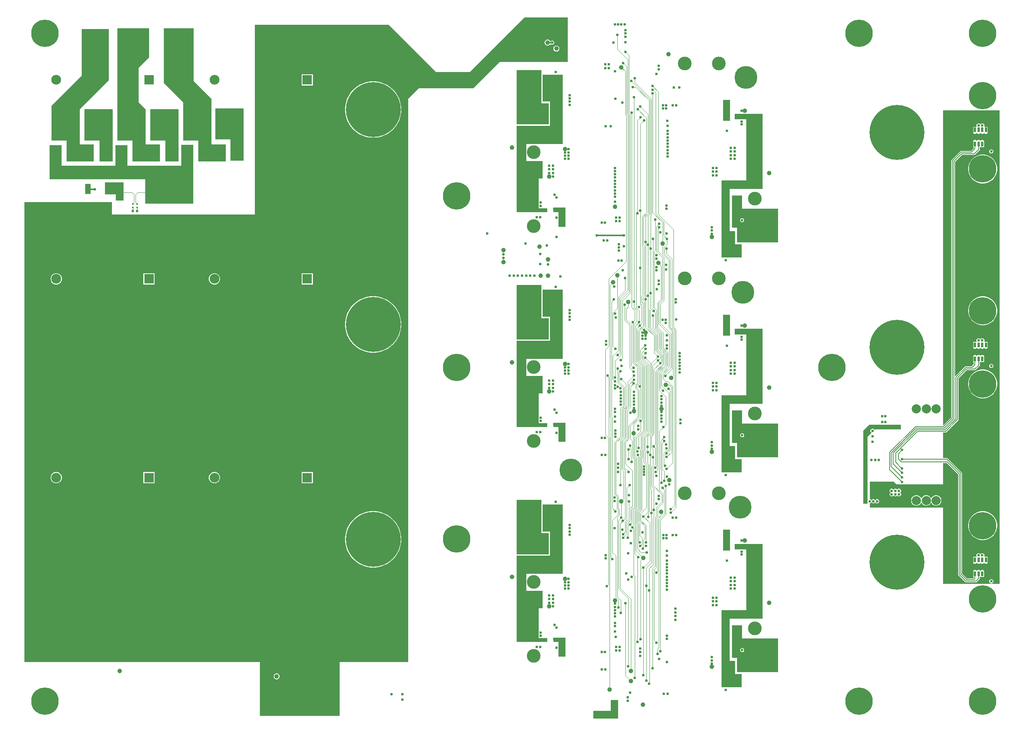
<source format=gbl>
G04*
G04 #@! TF.GenerationSoftware,Altium Limited,Altium Designer,24.9.1 (31)*
G04*
G04 Layer_Physical_Order=4*
G04 Layer_Color=16711680*
%FSLAX44Y44*%
%MOMM*%
G71*
G04*
G04 #@! TF.SameCoordinates,25B5EA7A-0A89-4A72-9C9E-8463CCD4450D*
G04*
G04*
G04 #@! TF.FilePolarity,Positive*
G04*
G01*
G75*
%ADD12C,0.2000*%
%ADD23R,0.4500X0.4500*%
%ADD92R,2.1500X2.1500*%
%ADD93C,2.1500*%
%ADD95C,0.1200*%
%ADD97C,0.3000*%
%ADD99C,5.0000*%
%ADD100R,0.5000X1.0000*%
%ADD101C,2.0000*%
%ADD102R,4.0000X4.0000*%
%ADD103C,6.0000*%
%ADD104C,12.0000*%
%ADD105C,3.0000*%
%ADD106C,0.6000*%
%ADD107C,1.0000*%
%ADD108R,1.0500X3.2500*%
%ADD109R,5.8000X6.4000*%
%ADD110R,1.2000X2.2000*%
%ADD111R,5.5500X6.5000*%
%ADD112R,1.2500X2.8500*%
G36*
X-157000Y668000D02*
X-306000D01*
X-364000Y610000D01*
X-483000D01*
X-506000Y587000D01*
Y-645000D01*
X-656000D01*
Y-762000D01*
X-830000D01*
Y-645000D01*
X-1345000D01*
Y361000D01*
X-1154000D01*
Y334000D01*
X-841000D01*
Y749000D01*
X-548000D01*
X-445000Y646000D01*
X-371000Y646000D01*
X-252000Y765000D01*
X-157000D01*
Y668000D01*
D02*
G37*
G36*
X198000Y539000D02*
X182000D01*
Y585000D01*
X198000D01*
Y539000D01*
D02*
G37*
G36*
X-215000Y577000D02*
X-199000D01*
Y531000D01*
X-269000D01*
Y650000D01*
X-215000D01*
Y577000D01*
D02*
G37*
G36*
X-865860Y452125D02*
X-894860D01*
X-894860Y498125D01*
X-927860D01*
Y566125D01*
X-865860D01*
Y452125D01*
D02*
G37*
G36*
X-975000Y626000D02*
X-936000Y587000D01*
X-936000Y487000D01*
X-905000D01*
Y450000D01*
X-965000D01*
X-965000Y496000D01*
X-998000D01*
X-998000Y580000D01*
X-1040000Y622000D01*
Y741000D01*
X-975000D01*
Y626000D01*
D02*
G37*
G36*
X-1072000Y678000D02*
X-1095000Y655000D01*
Y579000D01*
X-1080000Y564000D01*
Y487000D01*
X-1049000D01*
Y450000D01*
X-1109000D01*
X-1109000Y496000D01*
X-1142000D01*
Y741000D01*
X-1072000D01*
Y678000D01*
D02*
G37*
G36*
X-1008000Y450000D02*
X-1037000D01*
X-1037000Y496000D01*
X-1070000D01*
Y564000D01*
X-1008000D01*
Y450000D01*
D02*
G37*
G36*
X-1160000Y628000D02*
X-1224000Y564000D01*
Y487000D01*
X-1193000D01*
Y450000D01*
X-1253000D01*
X-1253000Y496000D01*
X-1286000D01*
Y572000D01*
X-1220000Y638000D01*
Y740000D01*
X-1160000D01*
X-1160000Y628000D01*
D02*
G37*
G36*
X-1152000Y450000D02*
X-1181000D01*
X-1181000Y496000D01*
X-1214000D01*
Y564000D01*
X-1152000D01*
Y450000D01*
D02*
G37*
G36*
X-976000Y358000D02*
X-1081000D01*
Y379859D01*
X-1076000D01*
X-1075181Y380022D01*
X-1074486Y380486D01*
X-1074022Y381181D01*
X-1073859Y382000D01*
X-1074022Y382819D01*
X-1074486Y383514D01*
X-1075181Y383978D01*
X-1076000Y384141D01*
X-1081000D01*
Y411000D01*
X-1290000D01*
Y486000D01*
X-1264000D01*
Y441000D01*
X-1146000D01*
Y486000D01*
X-1120000D01*
Y441000D01*
X-1002000D01*
Y486125D01*
X-976000D01*
Y358000D01*
D02*
G37*
G36*
X-1128000Y365000D02*
X-1145000D01*
Y378000D01*
X-1169000D01*
Y404000D01*
X-1128000D01*
Y365000D01*
D02*
G37*
G36*
X-168000Y488000D02*
X-248000D01*
Y472325D01*
Y469075D01*
Y451000D01*
X-212000D01*
Y413000D01*
X-221000D01*
Y348000D01*
X-202000D01*
Y339000D01*
X-269000D01*
Y528000D01*
X-196000D01*
Y581000D01*
X-212000D01*
Y640000D01*
X-168000D01*
Y488000D01*
D02*
G37*
G36*
X-162000Y307000D02*
X-177000D01*
Y339000D01*
X-188790D01*
X-188981Y348093D01*
X-188092Y349000D01*
X-162000D01*
Y307000D01*
D02*
G37*
G36*
X224000Y347000D02*
X303000D01*
Y273000D01*
X213000D01*
Y305000D01*
X202000D01*
Y376000D01*
X224000D01*
Y347000D01*
D02*
G37*
G36*
X269000Y390000D02*
X197000D01*
Y298000D01*
X209000D01*
Y269000D01*
X223000D01*
Y240000D01*
X179000D01*
Y409000D01*
X233000D01*
Y542000D01*
X208000D01*
Y554000D01*
X269000D01*
Y390000D01*
D02*
G37*
G36*
X198000Y69000D02*
X182000D01*
Y115000D01*
X198000D01*
Y69000D01*
D02*
G37*
G36*
X-215000Y107000D02*
X-199000D01*
Y61000D01*
X-269000D01*
Y180000D01*
X-215000D01*
Y107000D01*
D02*
G37*
G36*
X-168000Y18000D02*
X-248000D01*
Y2325D01*
Y-925D01*
Y-19000D01*
X-212000D01*
Y-57000D01*
X-221000D01*
Y-122000D01*
X-202000D01*
Y-131000D01*
X-269000D01*
Y58000D01*
X-196000D01*
Y111000D01*
X-212000D01*
Y170000D01*
X-168000D01*
Y18000D01*
D02*
G37*
G36*
X571000Y-136000D02*
X514000D01*
X513427Y-136573D01*
X512815Y-136451D01*
X511549Y-135185D01*
X509895Y-134500D01*
X508105D01*
X506451Y-135185D01*
X505185Y-136451D01*
X504500Y-138105D01*
Y-139895D01*
X505185Y-141549D01*
X506451Y-142815D01*
X506573Y-143427D01*
X498000Y-152000D01*
Y-298000D01*
X489000D01*
Y-139000D01*
X502000Y-126000D01*
X571000D01*
Y-136000D01*
D02*
G37*
G36*
X-162000Y-163000D02*
X-177000D01*
Y-131000D01*
X-188790D01*
X-188981Y-121907D01*
X-188092Y-121000D01*
X-162000D01*
Y-163000D01*
D02*
G37*
G36*
X224000Y-123000D02*
X303000D01*
Y-197000D01*
X213000D01*
Y-165000D01*
X202000D01*
Y-94000D01*
X224000D01*
Y-123000D01*
D02*
G37*
G36*
X269000Y-80000D02*
X197000D01*
Y-172000D01*
X209000D01*
Y-201000D01*
X223000D01*
Y-230000D01*
X179000D01*
Y-61000D01*
X233000D01*
Y72000D01*
X208000D01*
Y84000D01*
X269000D01*
Y-80000D01*
D02*
G37*
G36*
X198000Y-401000D02*
X182000D01*
Y-355000D01*
X198000D01*
Y-401000D01*
D02*
G37*
G36*
X-215000Y-363000D02*
X-199000D01*
Y-409000D01*
X-269000D01*
Y-290000D01*
X-215000D01*
Y-363000D01*
D02*
G37*
G36*
X787000Y-474000D02*
X663000D01*
Y-307000D01*
X503000D01*
Y-297500D01*
X503895D01*
X505549Y-296815D01*
X506170Y-296194D01*
X507000Y-295667D01*
X507830Y-296194D01*
X508451Y-296815D01*
X510105Y-297500D01*
X511895D01*
X513549Y-296815D01*
X514170Y-296194D01*
X515000Y-295667D01*
X515830Y-296194D01*
X516451Y-296815D01*
X518105Y-297500D01*
X519895D01*
X521549Y-296815D01*
X522815Y-295549D01*
X523500Y-293895D01*
Y-292105D01*
X522815Y-290451D01*
X521549Y-289185D01*
X519895Y-288500D01*
X518105D01*
X516451Y-289185D01*
X515830Y-289806D01*
X515000Y-290333D01*
X514170Y-289806D01*
X513549Y-289185D01*
X511895Y-288500D01*
X510105D01*
X508451Y-289185D01*
X507830Y-289806D01*
X507000Y-290333D01*
X506170Y-289806D01*
X505549Y-289185D01*
X503895Y-288500D01*
X503000D01*
Y-250000D01*
X556000D01*
X562000Y-256000D01*
X663000D01*
Y-209549D01*
X671944D01*
X696451Y-234056D01*
Y-452950D01*
X696645Y-453925D01*
X697198Y-454752D01*
X711748Y-469302D01*
X712575Y-469855D01*
X713550Y-470049D01*
X735500D01*
X736476Y-469855D01*
X737302Y-469302D01*
X742802Y-463802D01*
X743355Y-462976D01*
X743549Y-462000D01*
Y-458300D01*
X753000D01*
Y-445300D01*
X752708D01*
X752391Y-444534D01*
X751266Y-443409D01*
X749796Y-442800D01*
X748204D01*
X746734Y-443409D01*
X745720Y-444423D01*
X745000Y-444483D01*
X744280Y-444423D01*
X743266Y-443409D01*
X741796Y-442800D01*
X740204D01*
X738734Y-443409D01*
X737720Y-444423D01*
X737000Y-444483D01*
X736280Y-444423D01*
X735266Y-443409D01*
X733796Y-442800D01*
X732204D01*
X730734Y-443409D01*
X729609Y-444534D01*
X729292Y-445300D01*
X729000D01*
Y-458300D01*
X730451D01*
Y-460944D01*
X729944Y-461451D01*
X716056D01*
X705049Y-450444D01*
Y-231500D01*
X704855Y-230525D01*
X704302Y-229698D01*
X673802Y-199198D01*
X672975Y-198645D01*
X672000Y-198451D01*
X663000D01*
Y-142549D01*
X668849D01*
X669825Y-142355D01*
X670651Y-141802D01*
X696802Y-115652D01*
X697355Y-114825D01*
X697549Y-113849D01*
Y-24005D01*
X715005Y-6549D01*
X733000D01*
X733976Y-6355D01*
X734802Y-5802D01*
X742802Y2198D01*
X743355Y3025D01*
X743549Y4000D01*
Y11700D01*
X753000D01*
Y24700D01*
X752708D01*
X752391Y25466D01*
X751266Y26591D01*
X749796Y27200D01*
X748204D01*
X746734Y26591D01*
X745720Y25577D01*
X745000Y25517D01*
X744280Y25577D01*
X743266Y26591D01*
X741796Y27200D01*
X740204D01*
X738734Y26591D01*
X737720Y25577D01*
X737000Y25517D01*
X736280Y25577D01*
X735266Y26591D01*
X733796Y27200D01*
X732204D01*
X730734Y26591D01*
X729609Y25466D01*
X729292Y24700D01*
X729000D01*
Y11700D01*
X730451D01*
Y7006D01*
X725994Y2549D01*
X713000D01*
X712025Y2355D01*
X711198Y1802D01*
X690811Y-18584D01*
X689638Y-18098D01*
Y449033D01*
X705056Y464451D01*
X732000D01*
X732975Y464645D01*
X733802Y465198D01*
X742802Y474198D01*
X743355Y475024D01*
X743549Y476000D01*
Y481700D01*
X753000D01*
Y494700D01*
X752708D01*
X752391Y495466D01*
X751266Y496591D01*
X749796Y497200D01*
X748204D01*
X746734Y496591D01*
X745720Y495577D01*
X745000Y495517D01*
X744280Y495577D01*
X743266Y496591D01*
X741796Y497200D01*
X740204D01*
X738734Y496591D01*
X737720Y495577D01*
X737000Y495517D01*
X736280Y495577D01*
X735266Y496591D01*
X733796Y497200D01*
X732204D01*
X730734Y496591D01*
X729609Y495466D01*
X729292Y494700D01*
X729000D01*
Y481700D01*
X730451D01*
Y479056D01*
X724444Y473049D01*
X702550D01*
X701575Y472855D01*
X700748Y472302D01*
X681786Y453341D01*
X681234Y452514D01*
X681040Y451539D01*
Y449539D01*
Y-109355D01*
X664270Y-126125D01*
X663000Y-125599D01*
Y562000D01*
X787000D01*
Y-474000D01*
D02*
G37*
G36*
X-168000Y-452000D02*
X-248000D01*
Y-467675D01*
Y-470925D01*
Y-489000D01*
X-212000D01*
Y-527000D01*
X-221000D01*
Y-592000D01*
X-202000D01*
Y-601000D01*
X-269000D01*
Y-412000D01*
X-196000D01*
Y-359000D01*
X-212000D01*
Y-300000D01*
X-168000D01*
Y-452000D01*
D02*
G37*
G36*
X-162000Y-633000D02*
X-177000D01*
Y-601000D01*
X-188790D01*
X-188981Y-591907D01*
X-188092Y-591000D01*
X-162000D01*
Y-633000D01*
D02*
G37*
G36*
X224000Y-593000D02*
X303000D01*
Y-667000D01*
X213000D01*
Y-635000D01*
X202000D01*
Y-564000D01*
X224000D01*
Y-593000D01*
D02*
G37*
G36*
X269000Y-550000D02*
X197000D01*
Y-642000D01*
X209000D01*
Y-671000D01*
X223000D01*
Y-700000D01*
X179000D01*
Y-531000D01*
X233000D01*
Y-398000D01*
X208000D01*
Y-386000D01*
X269000D01*
Y-550000D01*
D02*
G37*
G36*
X-47000Y-768000D02*
X-101000D01*
Y-751000D01*
X-63000D01*
X-63000Y-728000D01*
X-47000Y-728000D01*
Y-768000D01*
D02*
G37*
%LPC*%
G36*
X-200144Y716500D02*
X-201856D01*
X-203509Y716057D01*
X-204991Y715201D01*
X-206201Y713991D01*
X-207057Y712509D01*
X-207500Y710856D01*
Y709144D01*
X-207057Y707491D01*
X-206201Y706009D01*
X-204991Y704799D01*
X-203509Y703943D01*
X-201856Y703500D01*
X-200144D01*
X-198491Y703943D01*
X-197009Y704799D01*
X-195799Y706009D01*
X-195444Y706624D01*
X-194104Y706740D01*
X-193549Y706185D01*
X-191895Y705500D01*
X-190105D01*
X-188451Y706185D01*
X-187185Y707451D01*
X-186500Y709105D01*
Y710895D01*
X-187185Y712549D01*
X-188451Y713815D01*
X-190105Y714500D01*
X-191895D01*
X-193549Y713815D01*
X-194104Y713260D01*
X-195444Y713376D01*
X-195799Y713991D01*
X-197009Y715201D01*
X-198491Y716057D01*
X-200144Y716500D01*
D02*
G37*
G36*
X-181144Y703500D02*
X-182856D01*
X-184509Y703057D01*
X-185991Y702201D01*
X-187201Y700991D01*
X-188057Y699509D01*
X-188500Y697856D01*
Y696144D01*
X-188057Y694491D01*
X-187201Y693009D01*
X-185991Y691799D01*
X-184509Y690943D01*
X-182856Y690500D01*
X-181144D01*
X-179491Y690943D01*
X-178009Y691799D01*
X-176799Y693009D01*
X-175943Y694491D01*
X-175500Y696144D01*
Y697856D01*
X-175943Y699509D01*
X-176799Y700991D01*
X-178009Y702201D01*
X-179491Y703057D01*
X-181144Y703500D01*
D02*
G37*
G36*
X-714250Y640750D02*
X-738750D01*
Y616250D01*
X-714250D01*
Y640750D01*
D02*
G37*
G36*
X-579046Y625200D02*
X-585954D01*
X-592818Y624426D01*
X-599552Y622890D01*
X-606072Y620608D01*
X-612296Y617611D01*
X-618144Y613936D01*
X-623545Y609629D01*
X-628429Y604745D01*
X-632736Y599344D01*
X-636411Y593495D01*
X-639408Y587272D01*
X-641690Y580752D01*
X-643227Y574018D01*
X-644000Y567154D01*
Y560246D01*
X-643227Y553382D01*
X-641690Y546648D01*
X-639408Y540128D01*
X-636411Y533904D01*
X-632736Y528056D01*
X-628429Y522655D01*
X-623545Y517771D01*
X-618144Y513464D01*
X-612296Y509789D01*
X-606072Y506792D01*
X-599552Y504510D01*
X-592818Y502973D01*
X-585954Y502200D01*
X-579046D01*
X-572182Y502973D01*
X-565448Y504510D01*
X-558928Y506792D01*
X-552705Y509789D01*
X-546856Y513464D01*
X-541455Y517771D01*
X-536571Y522655D01*
X-532264Y528056D01*
X-528589Y533904D01*
X-525592Y540128D01*
X-523311Y546648D01*
X-521773Y553382D01*
X-521000Y560246D01*
Y567154D01*
X-521773Y574018D01*
X-523311Y580752D01*
X-525592Y587272D01*
X-528589Y593495D01*
X-532264Y599344D01*
X-536571Y604745D01*
X-541455Y609629D01*
X-546856Y613936D01*
X-552705Y617611D01*
X-558928Y620608D01*
X-565448Y622890D01*
X-572182Y624426D01*
X-579046Y625200D01*
D02*
G37*
G36*
X-714250Y205750D02*
X-738750D01*
Y181250D01*
X-714250D01*
Y205750D01*
D02*
G37*
G36*
X-927887D02*
X-931113D01*
X-934228Y204915D01*
X-937022Y203302D01*
X-939303Y201022D01*
X-940915Y198228D01*
X-941750Y195113D01*
Y191887D01*
X-940915Y188772D01*
X-939303Y185978D01*
X-937022Y183697D01*
X-934228Y182085D01*
X-931113Y181250D01*
X-927887D01*
X-924772Y182085D01*
X-921978Y183697D01*
X-919698Y185978D01*
X-918085Y188772D01*
X-917250Y191887D01*
Y195113D01*
X-918085Y198228D01*
X-919698Y201022D01*
X-921978Y203302D01*
X-924772Y204915D01*
X-927887Y205750D01*
D02*
G37*
G36*
X-1060250D02*
X-1084750D01*
Y181250D01*
X-1060250D01*
Y205750D01*
D02*
G37*
G36*
X-1273887D02*
X-1277113D01*
X-1280228Y204915D01*
X-1283022Y203302D01*
X-1285302Y201022D01*
X-1286915Y198228D01*
X-1287750Y195113D01*
Y191887D01*
X-1286915Y188772D01*
X-1285302Y185978D01*
X-1283022Y183697D01*
X-1280228Y182085D01*
X-1277113Y181250D01*
X-1273887D01*
X-1270772Y182085D01*
X-1267978Y183697D01*
X-1265698Y185978D01*
X-1264085Y188772D01*
X-1263250Y191887D01*
Y195113D01*
X-1264085Y198228D01*
X-1265698Y201022D01*
X-1267978Y203302D01*
X-1270772Y204915D01*
X-1273887Y205750D01*
D02*
G37*
G36*
X-579046Y155200D02*
X-585954D01*
X-592818Y154426D01*
X-599552Y152889D01*
X-606072Y150608D01*
X-612296Y147611D01*
X-618144Y143936D01*
X-623545Y139629D01*
X-628429Y134745D01*
X-632736Y129344D01*
X-636411Y123496D01*
X-639408Y117272D01*
X-641690Y110752D01*
X-643227Y104018D01*
X-644000Y97154D01*
Y90246D01*
X-643227Y83382D01*
X-641690Y76648D01*
X-639408Y70128D01*
X-636411Y63904D01*
X-632736Y58056D01*
X-628429Y52655D01*
X-623545Y47771D01*
X-618144Y43464D01*
X-612296Y39789D01*
X-606072Y36792D01*
X-599552Y34510D01*
X-592818Y32973D01*
X-585954Y32200D01*
X-579046D01*
X-572182Y32973D01*
X-565448Y34510D01*
X-558928Y36792D01*
X-552705Y39789D01*
X-546856Y43464D01*
X-541455Y47771D01*
X-536571Y52655D01*
X-532264Y58056D01*
X-528589Y63904D01*
X-525592Y70128D01*
X-523311Y76648D01*
X-521773Y83382D01*
X-521000Y90246D01*
Y97154D01*
X-521773Y104018D01*
X-523311Y110752D01*
X-525592Y117272D01*
X-528589Y123496D01*
X-532264Y129344D01*
X-536571Y134745D01*
X-541455Y139629D01*
X-546856Y143936D01*
X-552705Y147611D01*
X-558928Y150608D01*
X-565448Y152889D01*
X-572182Y154426D01*
X-579046Y155200D01*
D02*
G37*
G36*
X-714250Y-229250D02*
X-738750D01*
Y-253750D01*
X-714250D01*
Y-229250D01*
D02*
G37*
G36*
X-927887D02*
X-931113D01*
X-934228Y-230085D01*
X-937022Y-231698D01*
X-939303Y-233978D01*
X-940915Y-236772D01*
X-941750Y-239887D01*
Y-243113D01*
X-940915Y-246228D01*
X-939303Y-249022D01*
X-937022Y-251302D01*
X-934228Y-252915D01*
X-931113Y-253750D01*
X-927887D01*
X-924772Y-252915D01*
X-921978Y-251302D01*
X-919698Y-249022D01*
X-918085Y-246228D01*
X-917250Y-243113D01*
Y-239887D01*
X-918085Y-236772D01*
X-919698Y-233978D01*
X-921978Y-231698D01*
X-924772Y-230085D01*
X-927887Y-229250D01*
D02*
G37*
G36*
X-1060250D02*
X-1084750D01*
Y-253750D01*
X-1060250D01*
Y-229250D01*
D02*
G37*
G36*
X-1273887D02*
X-1277113D01*
X-1280228Y-230085D01*
X-1283022Y-231698D01*
X-1285302Y-233978D01*
X-1286915Y-236772D01*
X-1287750Y-239887D01*
Y-243113D01*
X-1286915Y-246228D01*
X-1285302Y-249022D01*
X-1283022Y-251302D01*
X-1280228Y-252915D01*
X-1277113Y-253750D01*
X-1273887D01*
X-1270772Y-252915D01*
X-1267978Y-251302D01*
X-1265698Y-249022D01*
X-1264085Y-246228D01*
X-1263250Y-243113D01*
Y-239887D01*
X-1264085Y-236772D01*
X-1265698Y-233978D01*
X-1267978Y-231698D01*
X-1270772Y-230085D01*
X-1273887Y-229250D01*
D02*
G37*
G36*
X-579046Y-314800D02*
X-585954D01*
X-592818Y-315574D01*
X-599552Y-317111D01*
X-606072Y-319392D01*
X-612296Y-322389D01*
X-618144Y-326064D01*
X-623545Y-330371D01*
X-628429Y-335255D01*
X-632736Y-340656D01*
X-636411Y-346505D01*
X-639408Y-352728D01*
X-641690Y-359248D01*
X-643227Y-365982D01*
X-644000Y-372846D01*
Y-379754D01*
X-643227Y-386618D01*
X-641690Y-393352D01*
X-639408Y-399872D01*
X-636411Y-406096D01*
X-632736Y-411944D01*
X-628429Y-417345D01*
X-623545Y-422229D01*
X-618144Y-426536D01*
X-612296Y-430211D01*
X-606072Y-433208D01*
X-599552Y-435490D01*
X-592818Y-437027D01*
X-585954Y-437800D01*
X-579046D01*
X-572182Y-437027D01*
X-565448Y-435490D01*
X-558928Y-433208D01*
X-552705Y-430211D01*
X-546856Y-426536D01*
X-541455Y-422229D01*
X-536571Y-417345D01*
X-532264Y-411944D01*
X-528589Y-406096D01*
X-525592Y-399872D01*
X-523311Y-393352D01*
X-521773Y-386618D01*
X-521000Y-379754D01*
Y-372846D01*
X-521773Y-365982D01*
X-523311Y-359248D01*
X-525592Y-352728D01*
X-528589Y-346505D01*
X-532264Y-340656D01*
X-536571Y-335255D01*
X-541455Y-330371D01*
X-546856Y-326064D01*
X-552705Y-322389D01*
X-558928Y-319392D01*
X-565448Y-317111D01*
X-572182Y-315574D01*
X-579046Y-314800D01*
D02*
G37*
G36*
X-792744Y-669500D02*
X-794456D01*
X-796109Y-669943D01*
X-797591Y-670799D01*
X-798801Y-672009D01*
X-799657Y-673491D01*
X-800100Y-675144D01*
Y-676856D01*
X-799657Y-678509D01*
X-798801Y-679991D01*
X-797591Y-681201D01*
X-796109Y-682057D01*
X-794456Y-682500D01*
X-792744D01*
X-791091Y-682057D01*
X-789609Y-681201D01*
X-788399Y-679991D01*
X-787543Y-678509D01*
X-787100Y-676856D01*
Y-675144D01*
X-787543Y-673491D01*
X-788399Y-672009D01*
X-789609Y-670799D01*
X-791091Y-669943D01*
X-792744Y-669500D01*
D02*
G37*
G36*
X224895Y326000D02*
X223105D01*
X221451Y325315D01*
X220185Y324049D01*
X219500Y322395D01*
Y320605D01*
X220185Y318951D01*
X221451Y317685D01*
X223105Y317000D01*
X224895D01*
X226549Y317685D01*
X227815Y318951D01*
X228500Y320605D01*
Y322395D01*
X227815Y324049D01*
X226549Y325315D01*
X224895Y326000D01*
D02*
G37*
G36*
Y-144000D02*
X223105D01*
X221451Y-144685D01*
X220185Y-145951D01*
X219500Y-147605D01*
Y-149395D01*
X220185Y-151049D01*
X221451Y-152315D01*
X223105Y-153000D01*
X224895D01*
X226549Y-152315D01*
X227815Y-151049D01*
X228500Y-149395D01*
Y-147605D01*
X227815Y-145951D01*
X226549Y-144685D01*
X224895Y-144000D01*
D02*
G37*
G36*
X749895Y533500D02*
X748105D01*
X746451Y532815D01*
X745830Y532194D01*
X745000Y531667D01*
X744170Y532194D01*
X743549Y532815D01*
X741895Y533500D01*
X740105D01*
X738451Y532815D01*
X737185Y531549D01*
X736500Y529895D01*
Y528105D01*
X736970Y526970D01*
X736314Y525769D01*
X736226Y525700D01*
X735730Y525700D01*
X729000D01*
Y512700D01*
X729292D01*
X729609Y511934D01*
X730734Y510809D01*
X732204Y510200D01*
X733796D01*
X735266Y510809D01*
X736280Y511823D01*
X737000Y511883D01*
X737720Y511823D01*
X738734Y510809D01*
X740204Y510200D01*
X741796D01*
X743266Y510809D01*
X744280Y511823D01*
X745000Y511883D01*
X745720Y511823D01*
X746734Y510809D01*
X748204Y510200D01*
X749796D01*
X751266Y510809D01*
X752280Y511823D01*
X753000Y511883D01*
X753720Y511823D01*
X754734Y510809D01*
X756204Y510200D01*
X757796D01*
X759266Y510809D01*
X760391Y511934D01*
X760708Y512700D01*
X761000D01*
Y525700D01*
X753774Y525700D01*
X753686Y525769D01*
X753030Y526970D01*
X753500Y528105D01*
Y529895D01*
X752815Y531549D01*
X751549Y532815D01*
X749895Y533500D01*
D02*
G37*
G36*
X769895Y476500D02*
X768105D01*
X766451Y475815D01*
X765185Y474549D01*
X764500Y472895D01*
Y471105D01*
X765185Y469451D01*
X766451Y468185D01*
X768105Y467500D01*
X769895D01*
X771549Y468185D01*
X772815Y469451D01*
X773500Y471105D01*
Y472895D01*
X772815Y474549D01*
X771549Y475815D01*
X769895Y476500D01*
D02*
G37*
G36*
X752479Y465200D02*
X747521D01*
X742624Y464424D01*
X737908Y462892D01*
X733490Y460641D01*
X729479Y457727D01*
X725973Y454221D01*
X723059Y450210D01*
X720808Y445792D01*
X719276Y441076D01*
X718500Y436179D01*
Y431221D01*
X719276Y426324D01*
X720808Y421608D01*
X723059Y417190D01*
X725973Y413179D01*
X729479Y409673D01*
X733490Y406759D01*
X737908Y404508D01*
X742624Y402976D01*
X747521Y402200D01*
X752479D01*
X757376Y402976D01*
X762092Y404508D01*
X766510Y406759D01*
X770521Y409673D01*
X774027Y413179D01*
X776941Y417190D01*
X779192Y421608D01*
X780724Y426324D01*
X781500Y431221D01*
Y436179D01*
X780724Y441076D01*
X779192Y445792D01*
X776941Y450210D01*
X774027Y454221D01*
X770521Y457727D01*
X766510Y460641D01*
X762092Y462892D01*
X757376Y464424D01*
X752479Y465200D01*
D02*
G37*
G36*
Y155200D02*
X747521D01*
X742624Y154424D01*
X737908Y152892D01*
X733490Y150641D01*
X729479Y147727D01*
X725973Y144221D01*
X723059Y140210D01*
X720808Y135792D01*
X719276Y131076D01*
X718500Y126179D01*
Y121221D01*
X719276Y116324D01*
X720808Y111608D01*
X723059Y107190D01*
X725973Y103179D01*
X729479Y99673D01*
X733490Y96759D01*
X737908Y94508D01*
X742624Y92976D01*
X747521Y92200D01*
X752479D01*
X757376Y92976D01*
X762092Y94508D01*
X766510Y96759D01*
X770521Y99673D01*
X774027Y103179D01*
X776941Y107190D01*
X779192Y111608D01*
X780724Y116324D01*
X781500Y121221D01*
Y126179D01*
X780724Y131076D01*
X779192Y135792D01*
X776941Y140210D01*
X774027Y144221D01*
X770521Y147727D01*
X766510Y150641D01*
X762092Y152892D01*
X757376Y154424D01*
X752479Y155200D01*
D02*
G37*
G36*
X749895Y63500D02*
X748105D01*
X746451Y62815D01*
X745830Y62194D01*
X745000Y61667D01*
X744170Y62194D01*
X743549Y62815D01*
X741895Y63500D01*
X740105D01*
X738451Y62815D01*
X737185Y61549D01*
X736500Y59895D01*
Y58105D01*
X736970Y56970D01*
X736314Y55769D01*
X736226Y55700D01*
X735730Y55700D01*
X729000D01*
Y42700D01*
X729292D01*
X729609Y41934D01*
X730734Y40809D01*
X732204Y40200D01*
X733796D01*
X735266Y40809D01*
X736280Y41823D01*
X737000Y41883D01*
X737720Y41823D01*
X738734Y40809D01*
X740204Y40200D01*
X741796D01*
X743266Y40809D01*
X744280Y41823D01*
X745000Y41883D01*
X745720Y41823D01*
X746734Y40809D01*
X748204Y40200D01*
X749796D01*
X751266Y40809D01*
X752280Y41823D01*
X753000Y41883D01*
X753720Y41823D01*
X754734Y40809D01*
X756204Y40200D01*
X757796D01*
X759266Y40809D01*
X760391Y41934D01*
X760708Y42700D01*
X761000D01*
Y55700D01*
X753774Y55700D01*
X753686Y55769D01*
X753030Y56970D01*
X753500Y58105D01*
Y59895D01*
X752815Y61549D01*
X751549Y62815D01*
X749895Y63500D01*
D02*
G37*
G36*
X769895Y7500D02*
X768105D01*
X766451Y6815D01*
X765185Y5549D01*
X764500Y3895D01*
Y2105D01*
X765185Y451D01*
X766451Y-815D01*
X768105Y-1500D01*
X769895D01*
X771549Y-815D01*
X772815Y451D01*
X773500Y2105D01*
Y3895D01*
X772815Y5549D01*
X771549Y6815D01*
X769895Y7500D01*
D02*
G37*
G36*
X752479Y-4800D02*
X747521D01*
X742624Y-5576D01*
X737908Y-7108D01*
X733490Y-9359D01*
X729479Y-12273D01*
X725973Y-15779D01*
X723059Y-19790D01*
X720808Y-24208D01*
X719276Y-28924D01*
X718500Y-33821D01*
Y-38779D01*
X719276Y-43676D01*
X720808Y-48392D01*
X723059Y-52810D01*
X725973Y-56821D01*
X729479Y-60327D01*
X733490Y-63241D01*
X737908Y-65492D01*
X742624Y-67024D01*
X747521Y-67800D01*
X752479D01*
X757376Y-67024D01*
X762092Y-65492D01*
X766510Y-63241D01*
X770521Y-60327D01*
X774027Y-56821D01*
X776941Y-52810D01*
X779192Y-48392D01*
X780724Y-43676D01*
X781500Y-38779D01*
Y-33821D01*
X780724Y-28924D01*
X779192Y-24208D01*
X776941Y-19790D01*
X774027Y-15779D01*
X770521Y-12273D01*
X766510Y-9359D01*
X762092Y-7108D01*
X757376Y-5576D01*
X752479Y-4800D01*
D02*
G37*
G36*
X567895Y-265500D02*
X566105D01*
X564451Y-266185D01*
X563830Y-266806D01*
X563000Y-267333D01*
X562170Y-266806D01*
X561549Y-266185D01*
X559895Y-265500D01*
X558105D01*
X556451Y-266185D01*
X555830Y-266806D01*
X555000Y-267333D01*
X554170Y-266806D01*
X553549Y-266185D01*
X551895Y-265500D01*
X550105D01*
X548451Y-266185D01*
X547185Y-267451D01*
X546500Y-269105D01*
Y-270895D01*
X547185Y-272549D01*
X547806Y-273170D01*
X548333Y-274000D01*
X547806Y-274830D01*
X547185Y-275451D01*
X546500Y-277105D01*
Y-278895D01*
X547185Y-280549D01*
X548451Y-281815D01*
X550105Y-282500D01*
X551895D01*
X553549Y-281815D01*
X554170Y-281194D01*
X555000Y-280667D01*
X555830Y-281194D01*
X556451Y-281815D01*
X558105Y-282500D01*
X559895D01*
X561549Y-281815D01*
X562170Y-281194D01*
X563000Y-280667D01*
X563830Y-281194D01*
X564451Y-281815D01*
X566105Y-282500D01*
X567895D01*
X569549Y-281815D01*
X570815Y-280549D01*
X571500Y-278895D01*
Y-277105D01*
X570815Y-275451D01*
X570194Y-274830D01*
X569667Y-274000D01*
X570194Y-273170D01*
X570815Y-272549D01*
X571500Y-270895D01*
Y-269105D01*
X570815Y-267451D01*
X569549Y-266185D01*
X567895Y-265500D01*
D02*
G37*
G36*
X649514Y-279800D02*
X646486D01*
X643561Y-280584D01*
X640939Y-282098D01*
X638798Y-284239D01*
X637983Y-285650D01*
X636517D01*
X635702Y-284239D01*
X633561Y-282098D01*
X630939Y-280584D01*
X628014Y-279800D01*
X624986D01*
X622061Y-280584D01*
X619439Y-282098D01*
X617298Y-284239D01*
X616483Y-285650D01*
X615017D01*
X614202Y-284239D01*
X612061Y-282098D01*
X609439Y-280584D01*
X606514Y-279800D01*
X603486D01*
X600561Y-280584D01*
X597939Y-282098D01*
X595798Y-284239D01*
X594284Y-286861D01*
X593500Y-289786D01*
Y-292814D01*
X594284Y-295739D01*
X595798Y-298361D01*
X597939Y-300502D01*
X600561Y-302016D01*
X603486Y-302800D01*
X606514D01*
X609439Y-302016D01*
X612061Y-300502D01*
X614202Y-298361D01*
X615017Y-296950D01*
X616483D01*
X617298Y-298361D01*
X619439Y-300502D01*
X622061Y-302016D01*
X624986Y-302800D01*
X628014D01*
X630939Y-302016D01*
X633561Y-300502D01*
X635702Y-298361D01*
X636517Y-296950D01*
X637983D01*
X638798Y-298361D01*
X640939Y-300502D01*
X643561Y-302016D01*
X646486Y-302800D01*
X649514D01*
X652439Y-302016D01*
X655061Y-300502D01*
X657202Y-298361D01*
X658716Y-295739D01*
X659500Y-292814D01*
Y-289786D01*
X658716Y-286861D01*
X657202Y-284239D01*
X655061Y-282098D01*
X652439Y-280584D01*
X649514Y-279800D01*
D02*
G37*
G36*
X752479Y-314800D02*
X747521D01*
X742624Y-315576D01*
X737908Y-317108D01*
X733490Y-319359D01*
X729479Y-322273D01*
X725973Y-325779D01*
X723059Y-329790D01*
X720808Y-334208D01*
X719276Y-338924D01*
X718500Y-343821D01*
Y-348779D01*
X719276Y-353676D01*
X720808Y-358392D01*
X723059Y-362810D01*
X725973Y-366821D01*
X729479Y-370327D01*
X733490Y-373241D01*
X737908Y-375492D01*
X742624Y-377024D01*
X747521Y-377800D01*
X752479D01*
X757376Y-377024D01*
X762092Y-375492D01*
X766510Y-373241D01*
X770521Y-370327D01*
X774027Y-366821D01*
X776941Y-362810D01*
X779192Y-358392D01*
X780724Y-353676D01*
X781500Y-348779D01*
Y-343821D01*
X780724Y-338924D01*
X779192Y-334208D01*
X776941Y-329790D01*
X774027Y-325779D01*
X770521Y-322273D01*
X766510Y-319359D01*
X762092Y-317108D01*
X757376Y-315576D01*
X752479Y-314800D01*
D02*
G37*
G36*
X749895Y-406500D02*
X748105D01*
X746451Y-407185D01*
X745830Y-407806D01*
X745000Y-408333D01*
X744170Y-407806D01*
X743549Y-407185D01*
X741895Y-406500D01*
X740105D01*
X738451Y-407185D01*
X737185Y-408451D01*
X736500Y-410105D01*
Y-411895D01*
X736970Y-413030D01*
X736314Y-414231D01*
X736226Y-414300D01*
X735730Y-414300D01*
X729000D01*
Y-427300D01*
X729292D01*
X729609Y-428066D01*
X730734Y-429191D01*
X732204Y-429800D01*
X733796D01*
X735266Y-429191D01*
X736280Y-428177D01*
X737000Y-428117D01*
X737720Y-428177D01*
X738734Y-429191D01*
X740204Y-429800D01*
X741796D01*
X743266Y-429191D01*
X744280Y-428177D01*
X745000Y-428117D01*
X745720Y-428177D01*
X746734Y-429191D01*
X748204Y-429800D01*
X749796D01*
X751266Y-429191D01*
X752280Y-428177D01*
X753000Y-428117D01*
X753720Y-428177D01*
X754734Y-429191D01*
X756204Y-429800D01*
X757796D01*
X759266Y-429191D01*
X760391Y-428066D01*
X760708Y-427300D01*
X761000D01*
Y-414300D01*
X753774Y-414300D01*
X753686Y-414231D01*
X753030Y-413030D01*
X753500Y-411895D01*
Y-410105D01*
X752815Y-408451D01*
X751549Y-407185D01*
X749895Y-406500D01*
D02*
G37*
G36*
X769895Y-463500D02*
X768105D01*
X766451Y-464185D01*
X765185Y-465451D01*
X764500Y-467105D01*
Y-468895D01*
X765185Y-470549D01*
X766451Y-471815D01*
X768105Y-472500D01*
X769895D01*
X771549Y-471815D01*
X772815Y-470549D01*
X773500Y-468895D01*
Y-467105D01*
X772815Y-465451D01*
X771549Y-464185D01*
X769895Y-463500D01*
D02*
G37*
G36*
X224895Y-614000D02*
X223105D01*
X221451Y-614685D01*
X220185Y-615951D01*
X219500Y-617605D01*
Y-619395D01*
X220185Y-621049D01*
X221451Y-622315D01*
X223105Y-623000D01*
X224895D01*
X226549Y-622315D01*
X227815Y-621049D01*
X228500Y-619395D01*
Y-617605D01*
X227815Y-615951D01*
X226549Y-614685D01*
X224895Y-614000D01*
D02*
G37*
%LPD*%
D12*
X683589Y451539D02*
X702550Y470500D01*
X683589Y449539D02*
Y451539D01*
X704000Y467000D02*
X732000D01*
X687089Y-111861D02*
Y450089D01*
X704000Y467000D01*
X702550Y470500D02*
X704550D01*
X725500D01*
X683589Y-110411D02*
Y449539D01*
X741000Y488200D02*
Y493200D01*
Y476000D02*
Y488200D01*
X725500Y470500D02*
X733000Y478000D01*
X732000Y467000D02*
X741000Y476000D01*
X733000Y478000D02*
Y488200D01*
X665950Y-133000D02*
X687089Y-111861D01*
X691200Y-112700D02*
Y-21800D01*
X605772Y-136500D02*
X667399D01*
X664500Y-129500D02*
X683589Y-110411D01*
X607222Y-140000D02*
X668849D01*
X667399Y-136500D02*
X691200Y-112700D01*
X695000Y-113849D02*
Y-22950D01*
X602873Y-129500D02*
X664500D01*
X668849Y-140000D02*
X695000Y-113849D01*
X741000Y18200D02*
Y23200D01*
X713950Y-4000D02*
X733000D01*
X741000Y4000D01*
Y18200D01*
X695000Y-22950D02*
X713950Y-4000D01*
X713000Y0D02*
X727050D01*
X733000Y5950D02*
Y18200D01*
X727050Y0D02*
X733000Y5950D01*
X691200Y-21800D02*
X713000Y0D01*
X739750Y21950D02*
X741000Y23200D01*
X731000Y-464000D02*
X733000Y-462000D01*
X715000Y-464000D02*
X731000D01*
X733000Y-462000D02*
Y-451800D01*
X713550Y-467500D02*
X735500D01*
X741000Y-462000D02*
Y-451800D01*
X735500Y-467500D02*
X741000Y-462000D01*
X702500Y-451500D02*
Y-231500D01*
Y-451500D02*
X715000Y-464000D01*
X699000Y-452950D02*
Y-233000D01*
X673000Y-207000D02*
X699000Y-233000D01*
Y-452950D02*
X713550Y-467500D01*
X672000Y-201000D02*
X702500Y-231500D01*
X574000Y-201000D02*
X672000D01*
X572000Y-207000D02*
X673000D01*
X565828Y-200828D02*
X572000Y-207000D01*
X560000Y-207950D02*
Y-187222D01*
Y-207950D02*
X573050Y-221000D01*
X560000Y-187222D02*
X607222Y-140000D01*
X565828Y-200828D02*
Y-189172D01*
X574000Y-181000D01*
X604322Y-133000D02*
X665950D01*
X554500Y-187772D02*
X605772Y-136500D01*
X546500Y-185873D02*
X602873Y-129500D01*
X550000Y-187322D02*
X604322Y-133000D01*
X550000Y-217000D02*
Y-187322D01*
X546500Y-223500D02*
Y-185873D01*
X554500Y-211500D02*
X574000Y-231000D01*
X554500Y-211500D02*
Y-187772D01*
X546500Y-223500D02*
X574000Y-251000D01*
X550000Y-217000D02*
X574000Y-241000D01*
X573050Y-221000D02*
X574000D01*
D23*
X-1108000Y349000D02*
D03*
Y357000D02*
D03*
X-1099000Y349000D02*
D03*
Y357000D02*
D03*
D92*
X-1072500Y-241500D02*
D03*
X-726500D02*
D03*
X-1072500Y193500D02*
D03*
X-726500D02*
D03*
X-1072500Y628500D02*
D03*
X-726500D02*
D03*
D93*
X-1072500Y-616500D02*
D03*
X-1275500Y-241500D02*
D03*
Y-616500D02*
D03*
X-726500D02*
D03*
X-929500Y-241500D02*
D03*
Y-616500D02*
D03*
X-1072500Y-181500D02*
D03*
X-1275500Y193500D02*
D03*
Y-181500D02*
D03*
X-726500D02*
D03*
X-929500Y193500D02*
D03*
Y-181500D02*
D03*
X-1072500Y253500D02*
D03*
X-1275500Y628500D02*
D03*
Y253500D02*
D03*
X-726500D02*
D03*
X-929500Y628500D02*
D03*
Y253500D02*
D03*
D95*
X-67200Y46660D02*
Y193800D01*
X-28900Y232100D02*
Y550233D01*
X-67200Y193800D02*
X-28900Y232100D01*
X-21000Y-156000D02*
X-15900Y-161100D01*
X-21000Y-156000D02*
Y-128818D01*
X-15900Y-195463D02*
Y-161100D01*
X-21000Y-171000D02*
X-20988Y-171012D01*
Y-175800D02*
Y-171012D01*
Y-175800D02*
X-18900Y-177887D01*
Y-196282D02*
Y-177887D01*
Y-196282D02*
X-17000Y-198182D01*
Y-207000D02*
Y-198182D01*
X-11000Y-312863D02*
X-6000Y-307863D01*
X-2900Y-316218D02*
X2145Y-311174D01*
X-555Y-195755D02*
X1100Y-194100D01*
X4845Y-312292D02*
Y-199155D01*
X-13000Y-194545D02*
Y-144000D01*
X-15900Y-195463D02*
X-11700Y-199663D01*
X-200Y-317337D02*
X4845Y-312292D01*
X2145Y-311174D02*
Y-198000D01*
X-13000Y-194545D02*
X-9000Y-198545D01*
X-10300Y-152449D02*
X2100Y-140049D01*
X-11700Y-305927D02*
Y-199663D01*
X-6000Y-307863D02*
Y-197727D01*
X-10300Y-193427D02*
X-6000Y-197727D01*
X2145Y-198000D02*
X3800Y-196345D01*
X-555Y-310055D02*
Y-195755D01*
X-10300Y-193427D02*
Y-152449D01*
X-4082Y-191821D02*
X-3255Y-192648D01*
Y-308937D02*
Y-192648D01*
X-9000Y-307045D02*
Y-198545D01*
X4845Y-199155D02*
X6000Y-198000D01*
X-5600Y-315100D02*
X-555Y-310055D01*
X57000Y-322000D02*
Y-259000D01*
X45000Y-334000D02*
X57000Y-322000D01*
X45000Y-621000D02*
Y-334000D01*
X42200Y-332800D02*
X54300Y-320700D01*
Y-268300D01*
X42200Y-611800D02*
Y-332800D01*
X-1102000Y360000D02*
Y378000D01*
Y360000D02*
X-1099000Y357000D01*
X-1105000Y360000D02*
Y377000D01*
X-1108000Y357000D02*
X-1105000Y360000D01*
X-1099000Y342000D02*
Y349000D01*
X-1108000Y342000D02*
Y349000D01*
X1000Y139000D02*
X5000Y135000D01*
X1000Y139000D02*
Y343000D01*
X-9000Y613000D02*
X20500Y583500D01*
X-15000Y613000D02*
X-9000D01*
X20500Y335863D02*
Y583500D01*
X-11000Y623000D02*
X25900Y586100D01*
X-11000Y623000D02*
Y632000D01*
X25900Y333627D02*
Y586100D01*
X23200Y334745D02*
Y584800D01*
X-18000Y626000D02*
X23200Y584800D01*
X56900Y-30900D02*
X61718D01*
X50900Y-24900D02*
X56900Y-30900D01*
X50900Y-24900D02*
Y-16888D01*
X72200Y-208800D02*
Y-41382D01*
X61718Y-30900D02*
X72200Y-41382D01*
X65000Y-38000D02*
X69500Y-42500D01*
Y-185500D02*
Y-42500D01*
X57000Y-38000D02*
X65000D01*
X52000Y-131000D02*
X57000Y-126000D01*
Y-64788D01*
X42900Y-140100D02*
X52000Y-131000D01*
X42900Y-267900D02*
Y-140100D01*
X-46000Y-335000D02*
X-40000Y-329000D01*
X-46000Y-484000D02*
Y-335000D01*
X-31000Y-674000D02*
X-19000Y-686000D01*
X-31000Y-674000D02*
Y-516000D01*
X39000Y-327182D02*
Y-308000D01*
X33000Y-435000D02*
Y-329363D01*
X36000Y-438000D02*
Y-330182D01*
X39000Y-615000D02*
X42200Y-611800D01*
X36000Y-330182D02*
X39000Y-327182D01*
X33000Y-329363D02*
X36300Y-326063D01*
Y-306882D01*
X28000Y-440000D02*
X33000Y-435000D01*
X39000Y-331000D02*
X47000Y-323000D01*
X31900Y-442100D02*
X36000Y-438000D01*
X39000Y-445897D02*
Y-331000D01*
X37000Y-447897D02*
X39000Y-445897D01*
X37000Y-449000D02*
Y-447897D01*
X-45100Y-31900D02*
Y-12100D01*
X-42000Y-9000D01*
X-47800Y-33018D02*
X-39918Y-40900D01*
X-48000Y-3000D02*
X-47800Y-3200D01*
X-45100Y-31900D02*
X-38800Y-38200D01*
X-47800Y-33018D02*
Y-3200D01*
X-49000Y129212D02*
Y204000D01*
X-59100Y23900D02*
X-46300Y36700D01*
X-38100Y145000D02*
X-20800Y162300D01*
X-41000Y16000D02*
X-38100Y18900D01*
X-40800Y26988D02*
Y148200D01*
X-38100Y18900D02*
Y145000D01*
X-46300Y36700D02*
Y153700D01*
X-32000Y168000D01*
X-40800Y148200D02*
X-23500Y165500D01*
X-59100Y119113D02*
X-49000Y129212D01*
X-43500Y151500D02*
X-26200Y168800D01*
X-43500Y31500D02*
Y151500D01*
X-32000Y168000D02*
Y195000D01*
X-25800Y554769D02*
X-23500Y552469D01*
X-26200Y168800D02*
Y551351D01*
X-28500Y553651D02*
X-26200Y551351D01*
X-23500Y165500D02*
Y552469D01*
X-20800Y162300D02*
Y553588D01*
X-23100Y555887D02*
X-20800Y553588D01*
X31700Y158669D02*
X31800Y158769D01*
X31700Y130300D02*
X36800Y125200D01*
X31700Y165331D02*
X31800Y165231D01*
X31700Y130300D02*
Y158669D01*
X36800Y86382D02*
Y125200D01*
X29100Y159888D02*
Y164112D01*
X31700Y165331D02*
Y252700D01*
X31800Y158769D02*
Y165231D01*
X29000Y159788D02*
X29100Y159888D01*
X29000Y164212D02*
X29100Y164112D01*
X29000Y130000D02*
Y159788D01*
Y164212D02*
Y257787D01*
X23500Y124500D02*
X29000Y130000D01*
X31700Y252700D02*
X34200Y255200D01*
X24000Y130000D02*
Y162000D01*
X20800Y126800D02*
X24000Y130000D01*
X20800Y87108D02*
Y126800D01*
X23500Y88226D02*
Y124500D01*
Y88226D02*
X39600Y72126D01*
X18100Y85990D02*
Y155900D01*
Y85990D02*
X34200Y69890D01*
X20800Y87108D02*
X36900Y71008D01*
X29000Y86545D02*
Y113000D01*
Y86545D02*
X42300Y73245D01*
X31000Y122412D02*
X34100Y119312D01*
X31000Y122412D02*
Y123000D01*
X34100Y85263D02*
Y119312D01*
X36800Y86382D02*
X48090Y75092D01*
X34100Y85263D02*
X45000Y74363D01*
X-62800Y-416006D02*
Y-110231D01*
X-60000Y-419000D02*
Y-418806D01*
X-62800Y-416006D02*
X-60000Y-418806D01*
X21172Y-691828D02*
Y-488000D01*
X21000Y-692000D02*
X21172Y-691828D01*
X21000Y-488000D02*
Y-440000D01*
X22000Y-424000D02*
Y-340000D01*
X8000Y-326000D02*
X22000Y-340000D01*
X8000Y-438000D02*
X22000Y-424000D01*
X26000Y-427000D02*
Y-319000D01*
X15000Y-438000D02*
X26000Y-427000D01*
X21000Y-440000D02*
X29000Y-432000D01*
Y-329087D02*
X31000Y-327088D01*
X29000Y-432000D02*
Y-329087D01*
X15000Y-478000D02*
Y-438000D01*
X39000Y-627000D02*
Y-615000D01*
X31900Y-596900D02*
X37000Y-602000D01*
X31900Y-596900D02*
Y-442100D01*
X17600Y-209751D02*
Y-186400D01*
Y-209751D02*
X20500Y-212651D01*
X17600Y-186400D02*
X18000Y-186000D01*
X23100Y-191900D02*
Y-149596D01*
X28500Y-144196D01*
X23000Y-192000D02*
X23100Y-191900D01*
X11900Y-184888D02*
X16974Y-179814D01*
Y-174885D01*
Y-151903D02*
X25800Y-143077D01*
X16974Y-174244D02*
Y-151903D01*
X3800Y-181231D02*
X5800Y-179231D01*
X8500Y-180349D02*
Y-152741D01*
X6500Y-182349D02*
X8500Y-180349D01*
X11200Y-181468D02*
Y-153859D01*
X9200Y-208988D02*
Y-183468D01*
X11200Y-181468D01*
X25800Y-175800D02*
X29000Y-179000D01*
X25800Y-175800D02*
Y-150714D01*
X3800Y-196345D02*
Y-181231D01*
X1100Y-180112D02*
X3100Y-178113D01*
Y-150504D01*
X6500Y-197463D02*
Y-182349D01*
X25800Y-150714D02*
X31200Y-145314D01*
X11900Y-207869D02*
Y-184888D01*
X1100Y-194100D02*
Y-180112D01*
X5800Y-179231D02*
Y-151622D01*
X-5100Y-396900D02*
X3000Y-405000D01*
X16000D01*
X-5100Y-396900D02*
Y-345051D01*
X15000Y-682897D02*
Y-478000D01*
X28000Y-658000D02*
Y-440000D01*
X31000Y-316788D02*
Y-311701D01*
Y-264000D01*
X-59100Y46100D02*
Y119113D01*
X-54000Y13788D02*
X-40800Y26988D01*
X-48000Y27000D02*
X-43500Y31500D01*
X-31200Y552532D02*
X-28900Y550233D01*
X-23100Y555887D02*
Y681705D01*
X-28500Y553651D02*
Y657500D01*
X-36000Y665000D02*
X-28500Y657500D01*
X-25800Y554769D02*
Y672800D01*
X-49000Y696000D02*
X-25800Y672800D01*
X-30895Y689500D02*
X-23100Y681705D01*
X-31200Y552532D02*
Y647200D01*
X-40000Y656000D02*
X-31200Y647200D01*
X-64500Y179500D02*
X-58000Y186000D01*
X-64500Y-108531D02*
Y179500D01*
X-48700Y-501441D02*
X-41000Y-509141D01*
Y-537000D02*
Y-509141D01*
X-66000Y-705000D02*
X-65500Y-704500D01*
Y-153469D01*
X-61800Y142612D02*
X-56000Y148412D01*
X-64500Y-108531D02*
X-62800Y-110231D01*
X-60100Y-334975D02*
X-46900Y-321775D01*
X-60100Y-404600D02*
X-51900Y-412800D01*
X-61800Y-107413D02*
Y142612D01*
X-67200Y-151769D02*
X-65500Y-153469D01*
X-60100Y-307900D02*
Y-109113D01*
X-61800Y-107413D02*
X-60100Y-109113D01*
Y-307900D02*
X-53000Y-315000D01*
X-60100Y-404600D02*
Y-334975D01*
X-56000Y148412D02*
Y149000D01*
X-54000Y-22000D02*
Y13788D01*
X-59100Y46100D02*
X-53000Y40000D01*
X-59100Y-25900D02*
X-54000Y-31000D01*
X-59100Y-25900D02*
Y23900D01*
X-39918Y-40900D02*
X-39888D01*
X-38769Y-38200D02*
X-33200Y-43769D01*
X-35900Y-84113D02*
Y-44887D01*
X-41600Y-89812D02*
X-35900Y-84113D01*
X-33200Y-85231D02*
Y-43769D01*
X-39888Y-40900D02*
X-35900Y-44887D01*
X-38800Y-38200D02*
X-38769D01*
X-20309Y-87613D02*
Y-42309D01*
X-23009Y-86495D02*
Y-37797D01*
X-30000Y-93486D02*
X-23009Y-86495D01*
X-25709Y-85377D02*
Y-31709D01*
X-32700Y-92367D02*
X-25709Y-85377D01*
X-26700Y-94004D02*
X-20309Y-87613D01*
X-38900Y-90931D02*
X-33200Y-85231D01*
X-30500Y-86349D02*
Y-35500D01*
X-30000Y-154668D02*
Y-93486D01*
X-35900Y-91749D02*
X-30500Y-86349D01*
X-32700Y-153549D02*
Y-92367D01*
X-35900Y-152931D02*
Y-91749D01*
X-26700Y-155186D02*
Y-94004D01*
X-41600Y-150600D02*
Y-89812D01*
X-38900Y-151718D02*
Y-90931D01*
X-33800Y-162286D02*
X-26700Y-155186D01*
X-31100Y-163404D02*
X-24000Y-156304D01*
X-39200Y-160049D02*
X-32700Y-153549D01*
X-36500Y-161168D02*
X-30000Y-154668D01*
X-24000Y-156304D02*
Y-128000D01*
X-41900Y-158931D02*
X-35900Y-152931D01*
X-52100Y-276869D02*
X-47200Y-281769D01*
X-52100Y-276869D02*
Y-164918D01*
X-54800Y-277988D02*
X-49900Y-282887D01*
Y-309888D02*
Y-282887D01*
X-54800Y-163800D02*
X-41600Y-150600D01*
X-47100Y-308869D02*
Y-281900D01*
X-47200Y-281800D02*
Y-281769D01*
Y-281800D02*
X-47100Y-281900D01*
X-68200Y-475200D02*
Y-154588D01*
X-75100Y-147688D02*
X-68200Y-154588D01*
X-47100Y-308869D02*
X-44200Y-311769D01*
X-48700Y-501441D02*
Y-327394D01*
X-44200Y-322894D01*
X-72000Y-479000D02*
X-68200Y-475200D01*
X-70000Y-19188D02*
X-67200Y-21988D01*
Y-151769D02*
Y-21988D01*
X-70000Y-19188D02*
Y-18000D01*
X-46000Y-484000D02*
X-25000Y-505000D01*
X-43000Y-483000D02*
X-19000Y-507000D01*
X-43000Y-483000D02*
Y-342000D01*
X-51900Y-502059D02*
X-46000Y-507959D01*
X-51900Y-502059D02*
Y-412800D01*
X-43000Y-342000D02*
X-37000Y-336000D01*
X-19000Y-664000D02*
Y-507000D01*
X-37000Y-336000D02*
X-32000Y-331000D01*
X-46000Y-525000D02*
Y-507959D01*
X-46213Y-525213D02*
X-46000Y-525000D01*
X-46900Y-321775D02*
Y-312887D01*
X-49900Y-309888D02*
X-46900Y-312887D01*
X-44200Y-322894D02*
Y-311769D01*
X-40000Y-329000D02*
Y-293000D01*
X-54800Y-277988D02*
Y-163800D01*
X-52100Y-164918D02*
X-38900Y-151718D01*
X-39200Y-222800D02*
Y-160049D01*
X-33800Y-219200D02*
Y-162286D01*
X-36500Y-220500D02*
Y-161168D01*
X-41900Y-257900D02*
Y-158931D01*
X-31100Y-210900D02*
Y-163404D01*
X-40000Y-26000D02*
X-30500Y-35500D01*
X-75100Y-147688D02*
Y38760D01*
X-67200Y46660D01*
X-25709Y-31709D02*
X-12000Y-18000D01*
X-23009Y-37797D02*
X-12213Y-27000D01*
X-20309Y-42309D02*
X-13000Y-35000D01*
X20500Y-317318D02*
Y-212651D01*
X8000Y-326000D02*
X17800Y-316200D01*
Y-213769D01*
X19000Y-318818D02*
X20500Y-317318D01*
X19000Y-327000D02*
Y-318818D01*
X-49000Y696000D02*
Y727000D01*
X-28700Y-264700D02*
X-22000Y-258000D01*
X-28700Y-335143D02*
Y-264700D01*
X-16000Y-304000D02*
Y-226000D01*
X-20000Y-308000D02*
X-16000Y-304000D01*
X-31100Y-210900D02*
X-16000Y-226000D01*
X-298000Y230000D02*
Y239000D01*
Y247000D02*
Y256000D01*
X-1102000Y378000D02*
X-1098000Y382000D01*
X-1110000D02*
X-1105000Y377000D01*
X-1098000Y382000D02*
X-1076000D01*
X-1134000D02*
X-1110000D01*
X-24000Y-201000D02*
Y-180000D01*
X-24000Y-128000D02*
X-3700Y-107700D01*
X-1000Y-108818D02*
Y-50100D01*
X2000Y-109788D02*
Y-45103D01*
X-13000Y-144000D02*
Y-124788D01*
X-3700Y-107700D02*
Y-51218D01*
X-21000Y-128818D02*
X-1000Y-108818D01*
X-13000Y-124788D02*
X2000Y-109788D01*
X28900Y-217887D02*
X34100Y-212687D01*
Y-176688D01*
X34000Y-220000D02*
Y-219806D01*
X36800Y-217006D02*
Y-10231D01*
X34000Y-219806D02*
X36800Y-217006D01*
X26200Y-215800D02*
X29000Y-213000D01*
Y-198299D01*
Y-197000D02*
Y-179000D01*
X26200Y-259200D02*
Y-215800D01*
X29000Y-198299D02*
Y-197000D01*
X-6600Y12871D02*
Y84400D01*
X5000Y96000D01*
X-3900Y79887D02*
X7700Y91488D01*
Y140300D01*
X10400Y90369D02*
Y142600D01*
X-1200Y78769D02*
X10400Y90369D01*
X36900Y37645D02*
Y71008D01*
X34200Y36527D02*
Y69890D01*
X13100Y87171D02*
Y148900D01*
Y87171D02*
X31500Y68771D01*
Y31500D02*
Y68771D01*
X39500Y87500D02*
X46000Y81000D01*
X-1200Y15108D02*
Y78769D01*
X48090Y41910D02*
Y75092D01*
X46000Y81000D02*
X50790Y76210D01*
X45000Y41182D02*
Y74363D01*
X42300Y40063D02*
Y73245D01*
X5000Y96000D02*
Y135000D01*
X39500Y87500D02*
Y141006D01*
X-3900Y13990D02*
Y79887D01*
X39600Y38763D02*
Y72126D01*
X50790Y43028D02*
Y76210D01*
X7000Y158000D02*
Y263700D01*
X4000Y155000D02*
X7000Y158000D01*
X4000Y144000D02*
Y155000D01*
Y144000D02*
X7700Y140300D01*
X7000Y146000D02*
Y153000D01*
Y146000D02*
X10400Y142600D01*
X7000Y153000D02*
X10200Y156200D01*
Y265806D01*
X29000Y262212D02*
Y281000D01*
X12900Y273900D02*
X13000Y274000D01*
X12900Y153888D02*
Y273900D01*
X13000Y149000D02*
X13100Y148900D01*
X13000Y149000D02*
Y153788D01*
X12900Y153888D02*
X13000Y153788D01*
X18000Y156000D02*
Y268000D01*
Y156000D02*
X18100Y155900D01*
X24000Y162000D02*
Y259644D01*
Y162000D02*
X24000Y162000D01*
X-33000Y103000D02*
X-21939Y91939D01*
Y-1061D02*
Y91939D01*
X-33000Y103000D02*
Y137000D01*
X-29000Y104000D02*
Y128000D01*
X-18000Y4000D02*
Y93000D01*
X-29000Y104000D02*
X-18000Y93000D01*
X-25000Y132000D02*
Y143000D01*
X-29000Y128000D02*
X-25000Y132000D01*
X-17100Y131000D02*
Y556900D01*
X-15000Y99000D02*
X-11000Y103000D01*
Y124900D01*
X-17100Y131000D02*
X-11000Y124900D01*
X-9300Y11753D02*
Y90700D01*
X-1000Y99000D01*
Y123818D01*
X-6900Y129718D02*
X-1000Y123818D01*
X-15000Y99000D02*
X-15000Y99000D01*
X-15000Y9816D02*
Y99000D01*
X-6700Y100088D02*
Y125700D01*
X-12000Y94788D02*
X-6700Y100088D01*
X-12000Y10635D02*
Y94788D01*
X-15000Y9816D02*
X-5000Y-184D01*
X-12000Y131000D02*
X-6700Y125700D01*
X-3900Y13990D02*
X7800Y2290D01*
X-12000Y10635D02*
X-1690Y325D01*
X-18000Y4000D02*
X-13000Y-1000D01*
X-9300Y11753D02*
X2020Y433D01*
X-12000Y131000D02*
Y144000D01*
X-6900Y129718D02*
Y333897D01*
X73200Y-18577D02*
Y80618D01*
X69000Y-23000D02*
Y-22777D01*
X73200Y-18577D01*
X-40000Y656000D02*
Y656000D01*
X-25000Y-654000D02*
Y-505000D01*
X39900Y253918D02*
X52500Y241318D01*
X37000Y253000D02*
Y308000D01*
X39900Y253918D02*
Y302312D01*
X52500Y146369D02*
Y241318D01*
X49800Y147488D02*
Y240200D01*
X37000Y253000D02*
X49800Y240200D01*
X68000Y-318000D02*
X79400Y-306600D01*
Y82055D01*
X68000Y-310000D02*
X76500Y-301500D01*
Y81137D01*
X59000Y-196000D02*
X69500Y-185500D01*
X59000Y-222000D02*
X72200Y-208800D01*
X-8800Y-38769D02*
X-5000Y-34969D01*
Y-184D01*
X-6000Y-45100D02*
Y-39787D01*
X-1690Y-35478D01*
X-6000Y-45100D02*
X-1000Y-50100D01*
X2020Y-38897D02*
Y433D01*
X-0Y-40917D02*
X2020Y-38897D01*
X50112Y-57900D02*
X57000Y-64788D01*
X-35000Y-288000D02*
Y-227000D01*
X-39200Y-222800D02*
X-35000Y-227000D01*
X2000Y-595000D02*
Y-423000D01*
X47000Y-323000D02*
Y-316000D01*
X48900Y-294282D02*
Y-277718D01*
X36300Y-306882D02*
X48900Y-294282D01*
X39000Y-308000D02*
X51600Y-295400D01*
Y-276600D01*
X26200Y-259200D02*
X31000Y-264000D01*
X-42000Y-258000D02*
X-41900Y-257900D01*
X2500Y-319500D02*
X15100Y-306900D01*
X-8300Y-313982D02*
X-3255Y-308937D01*
X-14000Y-312045D02*
X-9000Y-307045D01*
X-36000Y-363897D02*
X-32000Y-359897D01*
X-36000Y-373000D02*
Y-372212D01*
X-29000Y-365213D01*
X-36000Y-365000D02*
Y-363897D01*
X6940Y-396211D02*
X7800Y-395351D01*
X1000Y-391000D02*
X5100Y-386900D01*
X7800Y-395351D02*
Y-378120D01*
X-0Y-383000D02*
Y-382297D01*
X-2400Y-379897D02*
X-0Y-382297D01*
X5100Y-386900D02*
Y-373800D01*
X7800Y-378120D02*
X11100Y-374820D01*
X300Y-369000D02*
X5100Y-373800D01*
X-2400Y-379897D02*
Y-343600D01*
X11100Y-374820D02*
Y-346918D01*
X-16000Y-351188D02*
X-13200Y-353988D01*
X-29000Y-365213D02*
Y-339262D01*
X-16000Y-351188D02*
Y-350000D01*
X-32000Y-359897D02*
Y-338443D01*
X-21000Y-344000D02*
X-17000Y-340000D01*
X-26267Y-340347D02*
X-20000Y-334080D01*
X-32000Y-338443D02*
X-28700Y-335143D01*
X-29000Y-339262D02*
X-23000Y-333261D01*
X-10500Y-407500D02*
X-3000Y-415000D01*
X-13200Y-454588D02*
Y-353988D01*
X-10500Y-407500D02*
Y-347287D01*
X-7800Y-401200D02*
Y-346169D01*
X-26267Y-372733D02*
Y-340347D01*
Y-372733D02*
X-26000Y-373000D01*
X300Y-369000D02*
Y-340845D01*
X-200Y-335618D02*
X11100Y-346918D01*
X2500Y-334500D02*
X14000Y-346000D01*
X2500Y-334500D02*
Y-319500D01*
X-14000Y-343787D02*
Y-312045D01*
Y-343787D02*
X-10500Y-347287D01*
X-11000Y-342969D02*
X-7800Y-346169D01*
X-8300Y-341851D02*
X-5100Y-345051D01*
X-5600Y-340400D02*
X-2400Y-343600D01*
X-2900Y-337645D02*
X300Y-340845D01*
X-11000Y-342969D02*
Y-312863D01*
X-8300Y-341851D02*
Y-313982D01*
X-5600Y-340400D02*
Y-315100D01*
X-2900Y-337645D02*
Y-316218D01*
X-200Y-335618D02*
Y-317337D01*
X-32000Y-331000D02*
Y-225000D01*
X-17000Y-340000D02*
Y-311227D01*
X-20000Y-334080D02*
Y-308000D01*
X-23000Y-333261D02*
Y-293000D01*
X-17000Y-311227D02*
X-11700Y-305927D01*
X-40000Y-293000D02*
X-35000Y-288000D01*
X6000Y-198000D02*
Y-197963D01*
X6500Y-197463D01*
X3100Y-150504D02*
X14081Y-139522D01*
X5800Y-151622D02*
X16782Y-140641D01*
X-36500Y-220500D02*
X-32000Y-225000D01*
X-33800Y-219200D02*
X-24000Y-229000D01*
X-7600Y-180121D02*
Y-153567D01*
X-21939Y-1061D02*
X-13000Y-10000D01*
X-12213Y-27000D02*
X-12000D01*
X-8800Y-46118D02*
Y-38769D01*
X-7600Y-180121D02*
X-4690Y-183031D01*
Y-184000D02*
Y-183031D01*
X-2000Y-176000D02*
Y-151786D01*
X-7600Y-153567D02*
X7800Y-138167D01*
X-2000Y-151786D02*
X10500Y-139286D01*
X-8800Y-46118D02*
X-3700Y-51218D01*
X-1690Y-35478D02*
Y325D01*
X-6600Y12871D02*
X5100Y1171D01*
X-0Y-43103D02*
X2000Y-45103D01*
Y-117000D02*
Y-116412D01*
X2100Y-140049D02*
Y-117000D01*
X2000Y-116412D02*
X5100Y-113312D01*
X-1200Y15108D02*
X10500Y3408D01*
X5100Y-113312D02*
Y1171D01*
X1500Y16227D02*
X14081Y3645D01*
X7800Y-138167D02*
Y2290D01*
X4200Y17769D02*
X16680Y5289D01*
X10500Y-139286D02*
Y3408D01*
X1500Y16227D02*
Y37500D01*
X4200Y17769D02*
Y31412D01*
X1500Y37500D02*
X12000Y48000D01*
X6900Y18887D02*
Y24900D01*
X4200Y31412D02*
X9887Y37100D01*
X6900Y24900D02*
X13000Y31000D01*
X9887Y37100D02*
X10100D01*
X13000Y40000D01*
X23000Y-192000D02*
X23200Y-192200D01*
X14918Y-685082D02*
Y-682979D01*
X15000Y-682897D01*
X14000Y-383000D02*
Y-346000D01*
X25900Y-318900D02*
X26000Y-319000D01*
X31000Y-327088D02*
Y-321212D01*
X31100Y-321113D01*
Y-316887D01*
X25900Y-318900D02*
Y-267826D01*
X23200Y-265126D02*
X25900Y-267826D01*
X15100Y-306900D02*
Y-214888D01*
X28900Y-257718D02*
Y-217887D01*
X23200Y-265126D02*
Y-192200D01*
X9200Y-208988D02*
X15100Y-214888D01*
X11900Y-207869D02*
X17800Y-213769D01*
X35000Y-229000D02*
X39500Y-224500D01*
X48000Y-253000D02*
Y-225031D01*
X49000Y-222212D02*
Y-166000D01*
X45788Y-222818D02*
X48000Y-225031D01*
X45788Y-222818D02*
Y-161213D01*
X54000Y-153000D01*
X50000Y-264000D02*
X54300Y-268300D01*
X54000Y-248000D02*
Y-227212D01*
X49000Y-222212D02*
X54000Y-227212D01*
X55000Y-215000D02*
Y-214172D01*
X52726Y-211897D02*
X55000Y-214172D01*
X52726Y-211897D02*
Y-187062D01*
X59000Y-188000D02*
X59031D01*
X52726Y-187062D02*
X56887Y-182900D01*
X59031Y-188000D02*
X66800Y-180231D01*
X56887Y-182900D02*
X60312D01*
X64100Y-179112D01*
X49000Y-166000D02*
X54000Y-161000D01*
X31000Y-173588D02*
X34100Y-176688D01*
X31000Y-316788D02*
X31100Y-316887D01*
X42900Y-267900D02*
X51600Y-276600D01*
X28900Y-257718D02*
X48900Y-277718D01*
X53900Y248100D02*
X66700Y235300D01*
X53900Y262900D02*
X60000Y269000D01*
X53900Y248100D02*
Y262900D01*
X59000Y249000D02*
Y260000D01*
X64000Y86000D02*
Y234182D01*
X40000Y15000D02*
X45100Y20100D01*
X25800Y8800D02*
X40000Y23000D01*
X28500Y3500D02*
X40000Y15000D01*
X31200Y-4800D02*
X45000Y9000D01*
X33900Y-9312D02*
X50500Y7287D01*
X45000Y9000D02*
Y10188D01*
X47800Y12988D01*
X39500Y-11349D02*
X55900Y5051D01*
X36800Y-10231D02*
X53200Y6169D01*
X42300Y40063D02*
X46800Y35563D01*
X42600Y-12400D02*
X58600Y3600D01*
X56000Y-19000D02*
Y-18000D01*
X45300Y-45300D02*
Y-13700D01*
X42600Y-50388D02*
Y-12400D01*
X48000Y-40000D02*
Y-15969D01*
X63000Y-47037D02*
X66800Y-50837D01*
X63000Y-47037D02*
Y-47000D01*
X42600Y-50388D02*
X50112Y-57900D01*
X45300Y-45300D02*
X51000Y-51000D01*
X48000Y-40000D02*
X64100Y-56100D01*
X50112Y-57900D02*
X50112D01*
X47800Y12988D02*
Y26745D01*
X49500Y36651D02*
Y36682D01*
X46800Y35532D02*
X53200Y29132D01*
X48090Y41910D02*
X52200Y37800D01*
X50500Y7287D02*
Y27863D01*
X52200Y37769D02*
Y37800D01*
X49500Y36651D02*
X55651Y30500D01*
X50790Y43028D02*
X54900Y38918D01*
X53200Y6169D02*
Y29132D01*
X42200Y94382D02*
X65100Y71481D01*
X55651Y30500D02*
X55682D01*
X55900Y30282D01*
Y5051D02*
Y30282D01*
X44900Y96100D02*
X67800Y73200D01*
X54900Y38888D02*
X57888Y35900D01*
X56769Y33200D02*
X56800D01*
X58600Y31400D01*
X57888Y35900D02*
X57918D01*
X58600Y3600D02*
Y31400D01*
X57918Y35900D02*
X61500Y32318D01*
X25800Y-143077D02*
Y8800D01*
X28500Y-144196D02*
Y3500D01*
X33900Y-169112D02*
Y-9312D01*
X31200Y-145314D02*
Y-4800D01*
X31000Y-173000D02*
Y-172012D01*
X33900Y-169112D01*
X64100Y-179112D02*
Y-56100D01*
X66800Y-180231D02*
Y-50837D01*
X41000Y228000D02*
X47100Y221900D01*
X50000Y248182D02*
X64000Y234182D01*
X42200Y139888D02*
X49800Y147488D01*
X47100Y148606D02*
Y221900D01*
X44900Y138770D02*
X52500Y146369D01*
X45300Y-13700D02*
X61500Y2500D01*
X48000Y-15969D02*
X65100Y1131D01*
X52200Y37769D02*
X56769Y33200D01*
X54900Y38888D02*
Y38918D01*
X50900Y-16888D02*
X67800Y12D01*
X31500Y31500D02*
X40000Y23000D01*
X34200Y36527D02*
X45100Y25627D01*
X36900Y37645D02*
X47800Y26745D01*
X39600Y38763D02*
X50500Y27863D01*
X45100Y20100D02*
Y25627D01*
X46800Y35532D02*
Y35563D01*
X45000Y41182D02*
X49500Y36682D01*
X44900Y96100D02*
Y138770D01*
X42200Y94382D02*
Y139888D01*
X39500Y141006D02*
X47100Y148606D01*
X8500Y-152741D02*
X19482Y-141759D01*
X39500Y-224500D02*
Y-11349D01*
X11200Y-153859D02*
X22900Y-142159D01*
Y10100D01*
X-17100Y556900D02*
X-17000Y557000D01*
X-12000Y591000D02*
X-11900Y590900D01*
Y144200D02*
Y590900D01*
X-6900Y333897D02*
X-5000Y335797D01*
Y540000D01*
X2000Y547000D01*
X-4000Y564000D02*
X15100Y544900D01*
X1000Y570000D02*
X17800Y553200D01*
X1000Y343000D02*
Y531000D01*
X5200Y265500D02*
Y328200D01*
X1000Y531000D02*
X10000Y540000D01*
X5200Y265500D02*
X7000Y263700D01*
X7900Y268106D02*
Y327082D01*
Y268106D02*
X10200Y265806D01*
X5200Y328200D02*
X15100Y338100D01*
X56000Y-18000D02*
X70500Y-3500D01*
X61500Y2500D02*
Y32318D01*
X65100Y1131D02*
Y71481D01*
X67800Y12D02*
Y73200D01*
X73700Y87755D02*
Y301300D01*
X70500Y-3500D02*
Y79500D01*
X64000Y86000D02*
X70500Y79500D01*
X66700Y87118D02*
X73200Y80618D01*
X71000Y86637D02*
X76500Y81137D01*
X73700Y87755D02*
X79400Y82055D01*
X71000Y86637D02*
Y237000D01*
X66700Y87118D02*
Y235300D01*
X59000Y249000D02*
X71000Y237000D01*
X19482Y-141759D02*
Y6306D01*
X6900Y18887D02*
X19482Y6306D01*
X14081Y-139522D02*
Y3645D01*
X16680Y4382D02*
Y5289D01*
Y4382D02*
X16782Y4281D01*
Y-140641D02*
Y4281D01*
X12000Y21000D02*
X22900Y10100D01*
X24000Y259644D02*
X24356Y260000D01*
X29000Y257787D02*
X29100Y257887D01*
X7900Y327082D02*
X17800Y336982D01*
X13000Y274000D02*
Y328363D01*
X15100Y338100D02*
Y544900D01*
X13000Y328363D02*
X20500Y335863D01*
X17800Y336982D02*
Y553200D01*
X18000Y268000D02*
X18100Y268100D01*
Y329645D01*
X23200Y334745D01*
X23900Y260456D02*
Y331627D01*
Y260456D02*
X24356Y260000D01*
X23900Y331627D02*
X25900Y333627D01*
X28000Y599000D02*
X28600Y598400D01*
X28000Y607000D02*
X29000D01*
X28600Y338613D02*
Y598400D01*
X29000Y262212D02*
X29100Y262113D01*
Y257887D02*
Y262113D01*
X29000Y607000D02*
X35000Y601000D01*
X34000Y323000D02*
X34200Y322800D01*
Y255200D02*
Y322800D01*
X28000Y615000D02*
X41000Y602000D01*
X35000Y336031D02*
Y601000D01*
X41000Y334000D02*
Y602000D01*
X60000Y269000D02*
Y281000D01*
X50000Y285493D02*
X50100Y285593D01*
Y317113D01*
X53000Y288000D02*
Y318031D01*
Y288000D02*
X60000Y281000D01*
X41000Y334000D02*
X73700Y301300D01*
X28600Y338613D02*
X50100Y317113D01*
X35000Y336031D02*
X53000Y318031D01*
X37000Y308000D02*
X43000Y314000D01*
X39900Y302312D02*
X43000Y305412D01*
Y306000D01*
X50000Y248182D02*
Y285493D01*
X13000Y40000D02*
X13000D01*
X-11000Y-679000D02*
Y-456787D01*
X-13200Y-454588D02*
X-11000Y-456787D01*
X8000Y-673000D02*
Y-438000D01*
X-5000Y-601000D02*
Y-418299D01*
X2000Y-423000D02*
X8000Y-417000D01*
X-5000Y-418299D02*
X-3000Y-416299D01*
Y-415000D01*
X-7800Y-401200D02*
X8000Y-417000D01*
D97*
X-93500Y288000D02*
X-34000D01*
X-1205000Y389000D02*
X-1191000D01*
X-1205800Y389800D02*
X-1205000Y389000D01*
X-201000Y710000D02*
X-191000D01*
D99*
X232000Y634200D02*
D03*
X226000Y164200D02*
D03*
X220000Y-305800D02*
D03*
X-150000Y-225000D02*
D03*
D100*
X741000Y-420800D02*
D03*
X757000Y-451800D02*
D03*
X733000D02*
D03*
X741000D02*
D03*
X749000D02*
D03*
X757000Y-420800D02*
D03*
X749000D02*
D03*
X733000D02*
D03*
X741000Y49200D02*
D03*
X757000Y18200D02*
D03*
X733000D02*
D03*
X741000D02*
D03*
X749000D02*
D03*
X757000Y49200D02*
D03*
X749000D02*
D03*
X733000D02*
D03*
X741000Y519200D02*
D03*
X757000Y488200D02*
D03*
X733000D02*
D03*
X741000D02*
D03*
X749000D02*
D03*
X757000Y519200D02*
D03*
X749000D02*
D03*
X733000D02*
D03*
D101*
X605000Y-291300D02*
D03*
X626500D02*
D03*
X605000Y-91300D02*
D03*
X626500D02*
D03*
X648000D02*
D03*
Y-291300D02*
D03*
D102*
X-1180000Y720000D02*
D03*
X-1100000D02*
D03*
X-1020000D02*
D03*
D103*
X480000Y-730000D02*
D03*
Y730000D02*
D03*
X750000Y593700D02*
D03*
Y433700D02*
D03*
Y-36300D02*
D03*
Y123700D02*
D03*
Y-346300D02*
D03*
Y-506300D02*
D03*
Y-730000D02*
D03*
Y730000D02*
D03*
X-1300000Y-730000D02*
D03*
Y730000D02*
D03*
X420000Y0D02*
D03*
X-400000D02*
D03*
Y-375000D02*
D03*
Y375000D02*
D03*
D104*
X562500Y513700D02*
D03*
Y43700D02*
D03*
Y-426300D02*
D03*
X-582500Y563700D02*
D03*
Y373700D02*
D03*
Y93700D02*
D03*
Y-96300D02*
D03*
Y-376300D02*
D03*
Y-566300D02*
D03*
D105*
X98500Y664200D02*
D03*
X173500D02*
D03*
X251500Y409200D02*
D03*
Y368700D02*
D03*
X278500Y291200D02*
D03*
X98500Y194200D02*
D03*
X173500D02*
D03*
X251500Y-60800D02*
D03*
Y-101300D02*
D03*
X278500Y-178800D02*
D03*
X98500Y-275800D02*
D03*
X173500D02*
D03*
X278500Y-648800D02*
D03*
X251500Y-530800D02*
D03*
Y-571300D02*
D03*
X-231500Y632700D02*
D03*
Y-39800D02*
D03*
Y41200D02*
D03*
Y470700D02*
D03*
Y511200D02*
D03*
Y430200D02*
D03*
Y308700D02*
D03*
Y162700D02*
D03*
Y-428800D02*
D03*
Y-469300D02*
D03*
Y700D02*
D03*
Y-161300D02*
D03*
Y-631300D02*
D03*
Y-307300D02*
D03*
Y-509800D02*
D03*
D106*
X-17000Y-207000D02*
D03*
X-52000Y-590000D02*
D03*
X723000Y-246000D02*
D03*
Y-254000D02*
D03*
Y-262000D02*
D03*
Y-270000D02*
D03*
Y-278000D02*
D03*
X686000D02*
D03*
Y-270000D02*
D03*
Y-262000D02*
D03*
Y-254000D02*
D03*
Y-246000D02*
D03*
X509000Y-163000D02*
D03*
Y-151000D02*
D03*
Y-139000D02*
D03*
X777000Y486000D02*
D03*
Y17000D02*
D03*
Y-453000D02*
D03*
X574000Y-181000D02*
D03*
Y-201000D02*
D03*
Y-221000D02*
D03*
Y-231000D02*
D03*
Y-241000D02*
D03*
Y-251000D02*
D03*
X523000Y-203000D02*
D03*
X515000D02*
D03*
X507000D02*
D03*
X536000Y-131000D02*
D03*
X529000D02*
D03*
X510000Y-254000D02*
D03*
Y-262000D02*
D03*
Y-270000D02*
D03*
X493000Y-293000D02*
D03*
X519000D02*
D03*
X511000D02*
D03*
X503000D02*
D03*
X567000Y-278000D02*
D03*
X559000D02*
D03*
X551000D02*
D03*
X567000Y-270000D02*
D03*
X559000D02*
D03*
X551000D02*
D03*
X537000Y-107000D02*
D03*
X530000D02*
D03*
X537000Y-120000D02*
D03*
X530000D02*
D03*
X749000Y-411000D02*
D03*
X741000D02*
D03*
X749000Y59000D02*
D03*
X741000D02*
D03*
Y529000D02*
D03*
X749000D02*
D03*
X769000Y472000D02*
D03*
Y3000D02*
D03*
Y-468000D02*
D03*
X-1099000Y342000D02*
D03*
X-1108000D02*
D03*
X-19000Y-686000D02*
D03*
X-42000Y-9000D02*
D03*
X-48000Y-3000D02*
D03*
X-49000Y201000D02*
D03*
X-32000Y195000D02*
D03*
X38000Y171000D02*
D03*
X29000Y113000D02*
D03*
X31000Y123000D02*
D03*
X21000Y-692000D02*
D03*
X39000Y-627000D02*
D03*
X45000Y-621000D02*
D03*
X37000Y-602000D02*
D03*
X18000Y-186000D02*
D03*
X16974Y-174244D02*
D03*
X14000Y-391000D02*
D03*
X16000Y-405000D02*
D03*
X-34000Y288000D02*
D03*
Y265000D02*
D03*
X-93500Y288000D02*
D03*
X-39000Y233000D02*
D03*
X-58000Y186000D02*
D03*
X-46000Y233000D02*
D03*
X-37000Y212000D02*
D03*
X-78000Y277000D02*
D03*
X1000Y-631000D02*
D03*
Y-623000D02*
D03*
Y-615000D02*
D03*
X78000Y-552000D02*
D03*
Y-544000D02*
D03*
Y-536000D02*
D03*
Y-528000D02*
D03*
X-31000Y-516000D02*
D03*
X-66000Y-705000D02*
D03*
X-54000Y-22000D02*
D03*
Y-31000D02*
D03*
X-53000Y-315000D02*
D03*
X-72000Y-479000D02*
D03*
X-41000Y-537000D02*
D03*
X-46213Y-525213D02*
D03*
X-60000Y-419000D02*
D03*
X-48000Y-43000D02*
D03*
X-40000Y-26000D02*
D03*
X8000Y-326000D02*
D03*
X-41000Y16000D02*
D03*
X-48000Y27000D02*
D03*
X-22000Y-258000D02*
D03*
X-182000Y285000D02*
D03*
X-216000Y200000D02*
D03*
X-200000Y236000D02*
D03*
Y200000D02*
D03*
X-298000Y247000D02*
D03*
Y239000D02*
D03*
X-991000Y392000D02*
D03*
X-333000Y293000D02*
D03*
X-1191000Y389000D02*
D03*
X-219000Y264000D02*
D03*
X-249000Y271000D02*
D03*
X-257000Y200000D02*
D03*
X-203000Y266000D02*
D03*
X-200000Y225000D02*
D03*
X-173000Y199000D02*
D03*
X-217000Y226000D02*
D03*
Y248000D02*
D03*
X-284000Y200000D02*
D03*
X-275000Y200000D02*
D03*
X-239000D02*
D03*
X-230000Y200000D02*
D03*
X-248000D02*
D03*
X-266000D02*
D03*
X-56000Y149000D02*
D03*
X-53000Y40000D02*
D03*
X-55000Y-740000D02*
D03*
Y-732000D02*
D03*
X-94000Y-756000D02*
D03*
Y-763000D02*
D03*
X-24000Y-201000D02*
D03*
Y-180000D02*
D03*
X-21000Y-171000D02*
D03*
X35000Y-229000D02*
D03*
X0Y91000D02*
D03*
X29000Y281000D02*
D03*
X13000Y149000D02*
D03*
X18000Y156000D02*
D03*
X24000Y162000D02*
D03*
X-1000Y99000D02*
D03*
X-15000D02*
D03*
X-52000Y109000D02*
D03*
X69000Y-23000D02*
D03*
X-40000Y656000D02*
D03*
X-25000Y-654000D02*
D03*
X37000Y245000D02*
D03*
X68000Y-318000D02*
D03*
Y-310000D02*
D03*
X65000Y-247000D02*
D03*
X-19000Y-664000D02*
D03*
X-279000Y481000D02*
D03*
Y-458000D02*
D03*
Y11000D02*
D03*
X-182000Y697000D02*
D03*
X47000Y-316000D02*
D03*
X251000Y15000D02*
D03*
X283500Y-515000D02*
D03*
Y-44000D02*
D03*
Y425000D02*
D03*
X-209000Y636000D02*
D03*
X-207000Y589000D02*
D03*
Y597000D02*
D03*
X-203000Y534850D02*
D03*
X-202000Y727000D02*
D03*
Y744000D02*
D03*
X-199000Y589000D02*
D03*
Y597000D02*
D03*
X-198000Y417000D02*
D03*
Y425000D02*
D03*
Y433000D02*
D03*
Y441000D02*
D03*
X-191000Y710000D02*
D03*
X-190000Y496000D02*
D03*
Y504000D02*
D03*
Y511000D02*
D03*
X-243000Y-552000D02*
D03*
Y-544000D02*
D03*
Y-536000D02*
D03*
X-198000Y-499000D02*
D03*
Y-515000D02*
D03*
Y-507000D02*
D03*
X-225000Y-612000D02*
D03*
X-217000D02*
D03*
X-216000Y-587000D02*
D03*
Y-580000D02*
D03*
X-208000Y-595000D02*
D03*
X-198000Y-523000D02*
D03*
Y-37000D02*
D03*
Y-53000D02*
D03*
X-225000Y-142000D02*
D03*
X-217000D02*
D03*
X-216000Y-110000D02*
D03*
Y-117000D02*
D03*
X-208000Y-125000D02*
D03*
X-189000Y-523000D02*
D03*
Y-515000D02*
D03*
Y-507000D02*
D03*
Y-499000D02*
D03*
X-186000Y-563000D02*
D03*
X-183000Y-596000D02*
D03*
X-182000Y-569000D02*
D03*
Y-613000D02*
D03*
X-173000Y-629000D02*
D03*
X-166000D02*
D03*
X-163000Y-484000D02*
D03*
Y-477000D02*
D03*
Y-470000D02*
D03*
Y-463000D02*
D03*
X-155000Y-484000D02*
D03*
Y-477000D02*
D03*
X-198000Y-45000D02*
D03*
X-190000Y-444000D02*
D03*
Y-436000D02*
D03*
Y-429000D02*
D03*
X-189000Y-29000D02*
D03*
Y-45000D02*
D03*
Y-37000D02*
D03*
Y-53000D02*
D03*
X-186000Y-93000D02*
D03*
X-184000Y-126000D02*
D03*
X-183000Y-294000D02*
D03*
X-182000Y-143000D02*
D03*
Y-99000D02*
D03*
X-173000Y-159000D02*
D03*
X-166000D02*
D03*
X-153000Y-366000D02*
D03*
X-225000Y328000D02*
D03*
X-217000D02*
D03*
X-216000Y353000D02*
D03*
Y360000D02*
D03*
X-209000Y166000D02*
D03*
X-208000Y345000D02*
D03*
X-207000Y119000D02*
D03*
Y127000D02*
D03*
X-199000D02*
D03*
Y119000D02*
D03*
X-190000Y41000D02*
D03*
Y34000D02*
D03*
X-186000Y377000D02*
D03*
X-184000Y344000D02*
D03*
X-183000Y176000D02*
D03*
X-182000Y327000D02*
D03*
Y371000D02*
D03*
X-173000Y311000D02*
D03*
X-166000D02*
D03*
X-163000Y-14000D02*
D03*
Y7000D02*
D03*
Y0D02*
D03*
Y-7000D02*
D03*
X-155000Y-14000D02*
D03*
Y-7000D02*
D03*
Y0D02*
D03*
X-199000Y-343000D02*
D03*
X-209000Y-304000D02*
D03*
X-207000Y-351000D02*
D03*
Y-343000D02*
D03*
X-203000Y-405150D02*
D03*
X-199000Y-351000D02*
D03*
X-198000Y-29000D02*
D03*
X-190000Y26000D02*
D03*
X-203000Y64850D02*
D03*
X-41000Y-54000D02*
D03*
X-42000Y-46000D02*
D03*
X-54000D02*
D03*
Y-39000D02*
D03*
X-26000Y-729000D02*
D03*
Y-722000D02*
D03*
X-20595Y-711405D02*
D03*
X-11000Y-679000D02*
D03*
X-51000Y-619000D02*
D03*
X-44000D02*
D03*
X-51000Y-612000D02*
D03*
X-44000D02*
D03*
X-54000Y-545000D02*
D03*
Y-510000D02*
D03*
X-25000Y-464000D02*
D03*
X-17000Y-458000D02*
D03*
X-29000Y-451000D02*
D03*
X-25000Y-407000D02*
D03*
X-19000Y-385000D02*
D03*
X-23000Y-293000D02*
D03*
X-36000Y-373000D02*
D03*
Y-365000D02*
D03*
X-19000Y-358000D02*
D03*
X-37480Y-355466D02*
D03*
X-16000Y-350000D02*
D03*
X-21000Y-344000D02*
D03*
X-40000Y-329000D02*
D03*
X-26000Y-373000D02*
D03*
X-23000Y-280000D02*
D03*
X-37000Y-336000D02*
D03*
X-24000Y-229000D02*
D03*
X-47000D02*
D03*
Y-220000D02*
D03*
Y-211000D02*
D03*
X-53000Y-152000D02*
D03*
X-13000Y-144000D02*
D03*
X-53000Y-138000D02*
D03*
Y-145000D02*
D03*
X-53500Y-118549D02*
D03*
X-42000Y-258000D02*
D03*
X-54000Y-108000D02*
D03*
X-20000Y-99000D02*
D03*
X-54000Y-98000D02*
D03*
Y-91000D02*
D03*
X-41000Y-82000D02*
D03*
Y-75000D02*
D03*
Y-68000D02*
D03*
Y-61000D02*
D03*
X-54000Y117000D02*
D03*
X-33000Y137000D02*
D03*
X-1000Y132000D02*
D03*
X-12000Y144000D02*
D03*
X-25000Y143000D02*
D03*
X45000Y9000D02*
D03*
X40000Y15000D02*
D03*
X12000Y21000D02*
D03*
X40000Y23000D02*
D03*
X13000Y31000D02*
D03*
Y40000D02*
D03*
X12000Y48000D02*
D03*
X6000Y62000D02*
D03*
X13000D02*
D03*
X6000Y69000D02*
D03*
X13000D02*
D03*
X59767Y69602D02*
D03*
X13000Y76000D02*
D03*
X6000D02*
D03*
X10000Y82000D02*
D03*
X57000Y97000D02*
D03*
Y104000D02*
D03*
X50000D02*
D03*
X42000Y182000D02*
D03*
Y189000D02*
D03*
X37000Y212000D02*
D03*
X58000Y214000D02*
D03*
X1000Y217000D02*
D03*
X37000Y219000D02*
D03*
X58000Y224000D02*
D03*
X-45000Y269000D02*
D03*
Y255000D02*
D03*
Y262000D02*
D03*
X-44000Y320000D02*
D03*
X-51000D02*
D03*
Y327000D02*
D03*
X-44000D02*
D03*
X-53500Y351451D02*
D03*
X-54000Y415000D02*
D03*
Y422000D02*
D03*
Y429000D02*
D03*
Y436000D02*
D03*
X-17000Y557000D02*
D03*
X-38000Y579000D02*
D03*
X-53000Y587000D02*
D03*
X-12000Y591000D02*
D03*
X-54000Y750000D02*
D03*
Y647000D02*
D03*
X-49000Y727000D02*
D03*
X-47000Y750000D02*
D03*
X-40000D02*
D03*
X41000Y228000D02*
D03*
X37000Y238000D02*
D03*
X1000Y343000D02*
D03*
X59000Y260000D02*
D03*
X24000D02*
D03*
X18000Y268000D02*
D03*
X50000Y271000D02*
D03*
X13000Y274000D02*
D03*
X59000Y293000D02*
D03*
X45000Y295000D02*
D03*
X43000Y306000D02*
D03*
Y314000D02*
D03*
X34000Y323000D02*
D03*
X-5000Y337000D02*
D03*
X59000Y347000D02*
D03*
Y354000D02*
D03*
X10000Y540000D02*
D03*
X2000Y547000D02*
D03*
X-4000Y564000D02*
D03*
X51000Y566000D02*
D03*
X58000D02*
D03*
X1000Y570000D02*
D03*
X51000Y573000D02*
D03*
X58000D02*
D03*
X28000Y599000D02*
D03*
Y607000D02*
D03*
Y615000D02*
D03*
X36595Y641405D02*
D03*
X42000Y652000D02*
D03*
Y659000D02*
D03*
X79000Y142000D02*
D03*
X60000Y59000D02*
D03*
Y48000D02*
D03*
Y41000D02*
D03*
X80000Y105000D02*
D03*
X79000Y149000D02*
D03*
X60000Y281000D02*
D03*
X88000Y3000D02*
D03*
Y10000D02*
D03*
Y17000D02*
D03*
Y-4000D02*
D03*
Y24000D02*
D03*
Y31000D02*
D03*
X158000Y285000D02*
D03*
Y292000D02*
D03*
X199000Y-6000D02*
D03*
X208000D02*
D03*
X199000Y2000D02*
D03*
X208000D02*
D03*
X199000Y10000D02*
D03*
X208000D02*
D03*
X251000Y23000D02*
D03*
Y31000D02*
D03*
Y39000D02*
D03*
X214000Y75000D02*
D03*
X191000Y47000D02*
D03*
X223000Y61000D02*
D03*
Y67000D02*
D03*
X190000Y75000D02*
D03*
X223000Y91000D02*
D03*
X230000D02*
D03*
X190000Y109000D02*
D03*
X188000Y234000D02*
D03*
X214000Y244000D02*
D03*
X203000Y284000D02*
D03*
Y292000D02*
D03*
X158000Y299000D02*
D03*
Y306000D02*
D03*
X224000Y321500D02*
D03*
X230000Y561000D02*
D03*
X160000Y420000D02*
D03*
X168000D02*
D03*
X160000Y428000D02*
D03*
X168000D02*
D03*
X160000Y436000D02*
D03*
X168000D02*
D03*
X199000Y456000D02*
D03*
Y464000D02*
D03*
Y472000D02*
D03*
Y480000D02*
D03*
X223000Y561000D02*
D03*
X61000Y496000D02*
D03*
Y503000D02*
D03*
Y510000D02*
D03*
Y517000D02*
D03*
X191000D02*
D03*
X61000Y528000D02*
D03*
X60767Y538602D02*
D03*
X190000Y545000D02*
D03*
X72000Y573000D02*
D03*
X80000D02*
D03*
X190000Y579000D02*
D03*
X75000Y612000D02*
D03*
X87000D02*
D03*
X63000Y685000D02*
D03*
X208000Y370000D02*
D03*
X215000D02*
D03*
X214000Y545000D02*
D03*
X208000Y456000D02*
D03*
Y464000D02*
D03*
Y472000D02*
D03*
Y480000D02*
D03*
X251000Y485000D02*
D03*
Y493000D02*
D03*
Y501000D02*
D03*
Y509000D02*
D03*
X223000Y537000D02*
D03*
Y531000D02*
D03*
X61000Y461000D02*
D03*
Y468000D02*
D03*
Y475000D02*
D03*
Y482000D02*
D03*
Y489000D02*
D03*
X-15000Y613000D02*
D03*
X-18000Y626000D02*
D03*
X-11000Y632000D02*
D03*
X-36000Y665000D02*
D03*
X-30895Y689500D02*
D03*
X-31000Y711000D02*
D03*
Y723000D02*
D03*
Y730000D02*
D03*
Y737000D02*
D03*
X-33000Y750000D02*
D03*
X-13000Y-1000D02*
D03*
X-39000Y3000D02*
D03*
X-243000Y-560000D02*
D03*
Y-82000D02*
D03*
Y-90000D02*
D03*
Y-66000D02*
D03*
Y-74000D02*
D03*
X-155000Y-470000D02*
D03*
Y-463000D02*
D03*
X-83000Y-661000D02*
D03*
Y-623000D02*
D03*
X-76000D02*
D03*
X-75000Y-661000D02*
D03*
X-54000Y-531000D02*
D03*
Y-578000D02*
D03*
Y-538000D02*
D03*
Y-559000D02*
D03*
Y-524000D02*
D03*
Y-566000D02*
D03*
Y-517000D02*
D03*
X-153000Y-359000D02*
D03*
Y-352000D02*
D03*
Y-345000D02*
D03*
X-83000Y-154000D02*
D03*
Y-192000D02*
D03*
X-76000Y-154000D02*
D03*
X-75000Y-192000D02*
D03*
X-74000Y-418000D02*
D03*
Y-411000D02*
D03*
X-55000Y-352000D02*
D03*
Y-285000D02*
D03*
Y-292000D02*
D03*
X-243000Y380000D02*
D03*
Y388000D02*
D03*
Y404000D02*
D03*
Y396000D02*
D03*
X-155000Y7000D02*
D03*
X-153000Y104000D02*
D03*
Y111000D02*
D03*
Y125000D02*
D03*
Y118000D02*
D03*
X-83000Y316000D02*
D03*
X-76000D02*
D03*
X-71000Y277000D02*
D03*
X-73000Y57000D02*
D03*
Y50000D02*
D03*
X-70000Y-18000D02*
D03*
X-55467Y176387D02*
D03*
X-54000Y362000D02*
D03*
Y373000D02*
D03*
X-189000Y417000D02*
D03*
Y425000D02*
D03*
Y433000D02*
D03*
Y441000D02*
D03*
Y673000D02*
D03*
X-187000Y747000D02*
D03*
X-183000Y646000D02*
D03*
X-181000Y673000D02*
D03*
X-163000Y456000D02*
D03*
Y463000D02*
D03*
Y470000D02*
D03*
Y477000D02*
D03*
X-155000Y456000D02*
D03*
Y463000D02*
D03*
Y470000D02*
D03*
Y477000D02*
D03*
X-153000Y581000D02*
D03*
Y595000D02*
D03*
Y588000D02*
D03*
Y574000D02*
D03*
X-75000Y663000D02*
D03*
Y654000D02*
D03*
X-74000Y527000D02*
D03*
X-67000Y654000D02*
D03*
Y663000D02*
D03*
X-63000Y527000D02*
D03*
X-57000Y710000D02*
D03*
X-54000Y380000D02*
D03*
Y387000D02*
D03*
Y394000D02*
D03*
Y401000D02*
D03*
Y408000D02*
D03*
X61000Y-714000D02*
D03*
X53000D02*
D03*
X188000Y-706000D02*
D03*
X158000Y-655000D02*
D03*
Y-648000D02*
D03*
X60000Y-645000D02*
D03*
X158000Y-641000D02*
D03*
Y-634000D02*
D03*
X60000Y-594000D02*
D03*
Y-587000D02*
D03*
X160000Y-520000D02*
D03*
X168000D02*
D03*
X160000Y-512000D02*
D03*
X168000D02*
D03*
X160000Y-504000D02*
D03*
X168000D02*
D03*
X7000Y-738000D02*
D03*
X14918Y-685082D02*
D03*
X8000Y-673000D02*
D03*
X28000Y-658000D02*
D03*
X43000Y-638000D02*
D03*
X8000Y-417000D02*
D03*
X2000Y-595000D02*
D03*
X21000Y-488000D02*
D03*
X15000Y-478000D02*
D03*
X37000Y-449000D02*
D03*
X8000Y-438000D02*
D03*
X-5000Y-601000D02*
D03*
X-3000Y-415000D02*
D03*
X6940Y-396211D02*
D03*
X1000Y-391000D02*
D03*
X-0Y-383000D02*
D03*
X14000D02*
D03*
X6000Y-361000D02*
D03*
X19000Y-327000D02*
D03*
X26000Y-319000D02*
D03*
X31000Y-311701D02*
D03*
X36595Y-298595D02*
D03*
X42000Y-288000D02*
D03*
Y-281000D02*
D03*
X37000Y-237000D02*
D03*
X10000Y-235000D02*
D03*
Y-229000D02*
D03*
Y-223000D02*
D03*
X34000Y-220000D02*
D03*
X10000Y-217000D02*
D03*
X29000Y-197000D02*
D03*
X23000Y-192000D02*
D03*
X-4082Y-191821D02*
D03*
X-4690Y-184000D02*
D03*
X-2000Y-176000D02*
D03*
X31000Y-173000D02*
D03*
X-3000Y-136000D02*
D03*
X-13000Y-10000D02*
D03*
X-12000Y-68000D02*
D03*
Y-61000D02*
D03*
Y-54000D02*
D03*
X-0Y-42000D02*
D03*
X-13000Y-35000D02*
D03*
X-12000Y-27000D02*
D03*
Y-18000D02*
D03*
X60000Y-486000D02*
D03*
Y-479000D02*
D03*
Y-472000D02*
D03*
Y-465000D02*
D03*
Y-458000D02*
D03*
Y-451000D02*
D03*
Y-444000D02*
D03*
Y-437000D02*
D03*
Y-430000D02*
D03*
Y-423000D02*
D03*
Y-412000D02*
D03*
X59767Y-401398D02*
D03*
X52000Y-374000D02*
D03*
X59000D02*
D03*
X72000Y-367000D02*
D03*
X80000D02*
D03*
X208000Y-476000D02*
D03*
X214000Y-696000D02*
D03*
X203000Y-656000D02*
D03*
Y-648000D02*
D03*
X224000Y-618500D02*
D03*
X199000Y-476000D02*
D03*
X208000Y-570000D02*
D03*
X215000D02*
D03*
X199000Y-484000D02*
D03*
X208000D02*
D03*
X199000Y-468000D02*
D03*
X208000D02*
D03*
X199000Y-460000D02*
D03*
X208000D02*
D03*
X251000Y-455000D02*
D03*
Y-447000D02*
D03*
Y-439000D02*
D03*
Y-431000D02*
D03*
X230000Y-379000D02*
D03*
X191000Y-423000D02*
D03*
X223000Y-409000D02*
D03*
Y-403000D02*
D03*
X190000Y-395000D02*
D03*
X214000D02*
D03*
X223000Y-379000D02*
D03*
X59000Y-367000D02*
D03*
X52000D02*
D03*
X72000Y-329000D02*
D03*
X50000Y-264000D02*
D03*
X57000Y-259000D02*
D03*
X65000Y-256000D02*
D03*
X48000Y-253000D02*
D03*
X54000Y-248000D02*
D03*
X60000Y-239000D02*
D03*
X59000Y-222000D02*
D03*
X55000Y-215000D02*
D03*
X59000Y-196000D02*
D03*
Y-188000D02*
D03*
Y-177000D02*
D03*
X-3000Y-128000D02*
D03*
X2000Y-117000D02*
D03*
X-12000Y-96000D02*
D03*
Y-89000D02*
D03*
X48000Y-84000D02*
D03*
X-12000Y-82000D02*
D03*
X48000Y-77000D02*
D03*
X-12000Y-75000D02*
D03*
X190000Y-361000D02*
D03*
X80000Y-329000D02*
D03*
X188000Y-236000D02*
D03*
X224000Y-148500D02*
D03*
X214000Y-226000D02*
D03*
X203000Y-186000D02*
D03*
X158000Y-185000D02*
D03*
Y-178000D02*
D03*
X203000D02*
D03*
X158000Y-171000D02*
D03*
Y-164000D02*
D03*
X89000Y-122000D02*
D03*
Y-115000D02*
D03*
X88000Y-11000D02*
D03*
X208000Y-100000D02*
D03*
X215000D02*
D03*
X160000Y-50000D02*
D03*
X168000D02*
D03*
X160000Y-42000D02*
D03*
X168000D02*
D03*
X160000Y-34000D02*
D03*
X168000D02*
D03*
X199000Y-14000D02*
D03*
X208000D02*
D03*
X58000Y-169000D02*
D03*
X54000Y-161000D02*
D03*
Y-153000D02*
D03*
X52000Y-131000D02*
D03*
X48000Y-119000D02*
D03*
Y-112000D02*
D03*
Y-105000D02*
D03*
Y-98000D02*
D03*
Y-91000D02*
D03*
Y-70000D02*
D03*
Y-63000D02*
D03*
X51000Y-51000D02*
D03*
X56000Y-19000D02*
D03*
X63000Y-47000D02*
D03*
X57000Y-38000D02*
D03*
X-542000Y-715000D02*
D03*
X-519000Y-727000D02*
D03*
Y-715000D02*
D03*
X-679000Y-756000D02*
D03*
X-688000D02*
D03*
X-697000D02*
D03*
X-706000D02*
D03*
X-715000D02*
D03*
X-680000Y-738000D02*
D03*
X-689000D02*
D03*
X-793600Y-676000D02*
D03*
X-825000Y-756000D02*
D03*
X-816000D02*
D03*
X-807000D02*
D03*
X-798000D02*
D03*
X-789000D02*
D03*
X-1137000Y-664000D02*
D03*
X-668000Y741000D02*
D03*
X-675000D02*
D03*
X-661000D02*
D03*
X-882000Y516875D02*
D03*
Y523875D02*
D03*
Y530875D02*
D03*
Y537875D02*
D03*
X-889000Y516875D02*
D03*
Y523875D02*
D03*
Y530875D02*
D03*
Y537875D02*
D03*
X-896000D02*
D03*
Y530875D02*
D03*
Y523875D02*
D03*
Y516875D02*
D03*
X-903000Y523875D02*
D03*
Y530875D02*
D03*
Y537875D02*
D03*
Y516875D02*
D03*
X-882000Y544875D02*
D03*
X-889000D02*
D03*
X-896000D02*
D03*
X-903000D02*
D03*
X-910000D02*
D03*
Y537875D02*
D03*
Y530875D02*
D03*
Y523875D02*
D03*
Y516875D02*
D03*
X-1026000Y516875D02*
D03*
Y523875D02*
D03*
Y530875D02*
D03*
Y537875D02*
D03*
X-1033000Y516875D02*
D03*
Y523875D02*
D03*
Y530875D02*
D03*
Y537875D02*
D03*
X-1040000D02*
D03*
Y530875D02*
D03*
Y523875D02*
D03*
Y516875D02*
D03*
X-1047000Y523875D02*
D03*
Y530875D02*
D03*
Y537875D02*
D03*
Y516875D02*
D03*
X-1026000Y544875D02*
D03*
X-1033000D02*
D03*
X-1040000D02*
D03*
X-1047000D02*
D03*
X-1054000D02*
D03*
Y537875D02*
D03*
Y530875D02*
D03*
Y523875D02*
D03*
Y516875D02*
D03*
X-1170000Y516875D02*
D03*
Y523875D02*
D03*
Y530875D02*
D03*
Y537875D02*
D03*
X-1177000Y516875D02*
D03*
Y523875D02*
D03*
Y530875D02*
D03*
Y537875D02*
D03*
X-1184000D02*
D03*
Y530875D02*
D03*
Y523875D02*
D03*
Y516875D02*
D03*
X-1191000Y523875D02*
D03*
Y530875D02*
D03*
Y537875D02*
D03*
Y516875D02*
D03*
X-1170000Y544875D02*
D03*
X-1177000D02*
D03*
X-1184000D02*
D03*
X-1191000D02*
D03*
X-1198000D02*
D03*
Y537875D02*
D03*
Y530875D02*
D03*
Y523875D02*
D03*
Y516875D02*
D03*
D107*
X-200000Y200000D02*
D03*
X-216000D02*
D03*
X-200000Y236000D02*
D03*
X-298000Y256000D02*
D03*
Y230000D02*
D03*
X-219000Y264000D02*
D03*
X-49000Y201000D02*
D03*
X-66000Y-705000D02*
D03*
X7000Y-738000D02*
D03*
X-54000Y-510000D02*
D03*
X65000Y-247000D02*
D03*
X13000Y76000D02*
D03*
X-53500Y351451D02*
D03*
X63000Y685000D02*
D03*
X-12000Y-96000D02*
D03*
X48000Y-91000D02*
D03*
X-19000Y-686000D02*
D03*
X-40000Y656000D02*
D03*
X-58000Y186000D02*
D03*
X47000Y-316000D02*
D03*
X69000Y-23000D02*
D03*
X50000Y271000D02*
D03*
X-25000Y143000D02*
D03*
X57000Y-38000D02*
D03*
X-40000Y-293000D02*
D03*
X-19000Y-664000D02*
D03*
X251000Y485000D02*
D03*
Y15000D02*
D03*
Y-455000D02*
D03*
X-279000Y481000D02*
D03*
Y11000D02*
D03*
Y-458000D02*
D03*
X-198000Y417000D02*
D03*
X158000Y285000D02*
D03*
X-198000Y-53000D02*
D03*
X158000Y-185000D02*
D03*
X-198000Y-523000D02*
D03*
X158000Y-655000D02*
D03*
X-163000Y477000D02*
D03*
X230000Y561000D02*
D03*
X-163000Y7000D02*
D03*
X230000Y91000D02*
D03*
X-163000Y-463000D02*
D03*
X230000Y-379000D02*
D03*
X-207000Y597000D02*
D03*
X203000Y284000D02*
D03*
X-207000Y127000D02*
D03*
X203000Y-186000D02*
D03*
X-207000Y-343000D02*
D03*
X203000Y-656000D02*
D03*
X-182000Y697000D02*
D03*
X-201000Y710000D02*
D03*
X283500Y425000D02*
D03*
Y-44000D02*
D03*
Y-515000D02*
D03*
X-13000Y-144000D02*
D03*
X41000Y228000D02*
D03*
X8000Y-417000D02*
D03*
X-793600Y-676000D02*
D03*
X-680000Y-738000D02*
D03*
X-1179000Y681000D02*
D03*
X-1099000D02*
D03*
X-1019000D02*
D03*
X-1137000Y-664000D02*
D03*
D108*
X-1134000Y382000D02*
D03*
X-1076000D02*
D03*
D109*
X-1183000Y326800D02*
D03*
D110*
X-1160200Y389800D02*
D03*
X-1205800D02*
D03*
D111*
X-968000Y531000D02*
D03*
X-1112000Y530875D02*
D03*
X-1256000D02*
D03*
X-896000Y530875D02*
D03*
X-1040000Y530875D02*
D03*
X-1184000Y530875D02*
D03*
D112*
X-990860Y467000D02*
D03*
X-945140D02*
D03*
X-1134860Y466875D02*
D03*
X-1089140D02*
D03*
X-1278860D02*
D03*
X-1233140D02*
D03*
X-918860Y466875D02*
D03*
X-873140D02*
D03*
X-1062860Y466875D02*
D03*
X-1017140D02*
D03*
X-1206860Y466875D02*
D03*
X-1161140D02*
D03*
M02*

</source>
